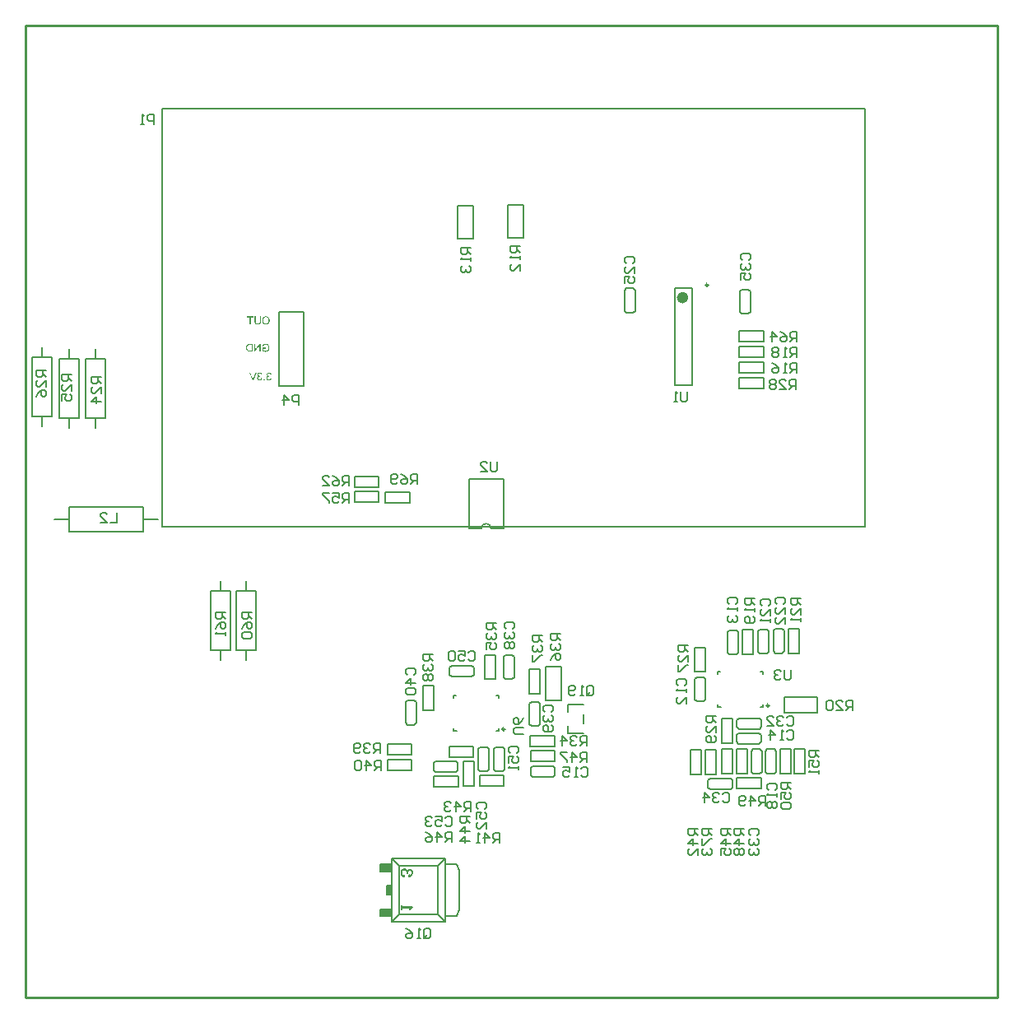
<source format=gbo>
%FSLAX25Y25*%
%MOIN*%
G70*
G01*
G75*
G04 Layer_Color=32896*
%ADD10O,0.06299X0.01181*%
%ADD11R,0.06299X0.01181*%
%ADD12O,0.01181X0.06299*%
%ADD13R,0.05000X0.06000*%
%ADD14R,0.03347X0.02756*%
%ADD15R,0.02756X0.03347*%
%ADD16R,0.03937X0.05118*%
%ADD17R,0.10630X0.03937*%
%ADD18R,0.03543X0.02126*%
%ADD19R,0.01969X0.06299*%
%ADD20R,0.14410X0.07874*%
%ADD21R,0.14410X0.09843*%
%ADD22R,0.21654X0.05630*%
%ADD23R,0.03937X0.10630*%
%ADD24R,0.20866X0.11024*%
%ADD25R,0.05118X0.03937*%
%ADD26R,0.09843X0.15748*%
%ADD27R,0.08661X0.07087*%
%ADD28O,0.09843X0.05906*%
%ADD29R,0.10000X0.07500*%
%ADD30R,0.02126X0.03543*%
%ADD31R,0.06299X0.01969*%
%ADD32R,0.07874X0.14410*%
%ADD33R,0.09843X0.14410*%
%ADD34R,0.02559X0.05315*%
%ADD35R,0.09449X0.08268*%
%ADD36O,0.03543X0.01969*%
%ADD37O,0.03543X0.01969*%
%ADD38R,0.03543X0.01969*%
%ADD39R,0.02362X0.03937*%
%ADD40R,0.03937X0.02362*%
%ADD41C,0.03000*%
%ADD42C,0.00800*%
%ADD43C,0.01000*%
%ADD44C,0.01500*%
%ADD45C,0.04000*%
%ADD46C,0.03500*%
%ADD47C,0.06000*%
%ADD48C,0.01200*%
%ADD49C,0.02000*%
%ADD50C,0.10000*%
%ADD51C,0.08000*%
%ADD52C,0.05000*%
%ADD53R,0.07300X0.29900*%
%ADD54R,0.18900X0.05200*%
%ADD55R,0.04000X0.18600*%
%ADD56R,0.10200X0.04900*%
%ADD57R,0.12367X0.05271*%
%ADD58R,0.44271X0.10500*%
%ADD59R,0.07400X0.15300*%
%ADD60R,0.28371X0.07471*%
%ADD61R,0.10722X0.08773*%
%ADD62R,0.08600X0.43171*%
%ADD63R,0.06400X0.08900*%
%ADD64R,0.10871X0.13938*%
%ADD65R,0.10571X0.09351*%
%ADD66R,0.24300X1.56600*%
%ADD67R,0.50200X0.62200*%
%ADD68R,0.24100X0.17400*%
%ADD69R,0.25624X0.17093*%
%ADD70R,0.23600X0.17400*%
%ADD71C,0.05906*%
%ADD72C,0.12205*%
%ADD73O,0.06000X0.10000*%
%ADD74R,0.06000X0.10000*%
%ADD75O,0.11811X0.09843*%
%ADD76R,0.11811X0.09843*%
%ADD77O,0.05906X0.09843*%
%ADD78R,0.05906X0.09843*%
%ADD79R,0.09843X0.11811*%
%ADD80O,0.09843X0.11811*%
%ADD81R,0.05906X0.05906*%
%ADD82C,0.06693*%
%ADD83C,0.05500*%
%ADD84O,0.07874X0.15748*%
%ADD85C,0.05512*%
%ADD86C,0.03000*%
%ADD87C,0.02000*%
%ADD88C,0.04000*%
%ADD89O,0.05500X0.02500*%
%ADD90R,0.05500X0.02500*%
%ADD91C,0.27559*%
%ADD92O,0.08661X0.02362*%
%ADD93O,0.01181X0.02756*%
%ADD94O,0.02756X0.01181*%
%ADD95R,0.13386X0.07087*%
%ADD96R,0.05200X0.25200*%
%ADD97R,0.18000X0.06400*%
%ADD98R,0.04000X0.22000*%
%ADD99R,0.09100X0.04600*%
%ADD100R,0.18400X0.60700*%
%ADD101R,0.24600X1.31200*%
%ADD102R,0.50100X0.62100*%
%ADD103C,0.00394*%
%ADD104C,0.00500*%
%ADD105C,0.00787*%
%ADD106C,0.00591*%
%ADD107R,0.04724X0.02756*%
%ADD108R,0.01968X0.03543*%
%ADD109R,0.23900X1.76759*%
%ADD110O,0.07099X0.01981*%
%ADD111R,0.07099X0.01981*%
%ADD112O,0.01981X0.07099*%
%ADD113R,0.05800X0.06800*%
%ADD114R,0.04147X0.03556*%
%ADD115R,0.03556X0.04147*%
%ADD116R,0.04737X0.05918*%
%ADD117R,0.11430X0.04737*%
%ADD118R,0.04343X0.02926*%
%ADD119R,0.02769X0.07099*%
%ADD120R,0.15210X0.08674*%
%ADD121R,0.15210X0.10642*%
%ADD122R,0.22453X0.06430*%
%ADD123R,0.04737X0.11430*%
%ADD124R,0.21666X0.11824*%
%ADD125R,0.05918X0.04737*%
%ADD126R,0.10642X0.16548*%
%ADD127R,0.09461X0.07887*%
%ADD128O,0.10642X0.06706*%
%ADD129R,0.10800X0.08300*%
%ADD130R,0.02926X0.04343*%
%ADD131R,0.07099X0.02769*%
%ADD132R,0.08674X0.15210*%
%ADD133R,0.10642X0.15210*%
%ADD134R,0.03359X0.06115*%
%ADD135R,0.10249X0.09068*%
%ADD136O,0.04343X0.02769*%
%ADD137O,0.04343X0.02769*%
%ADD138R,0.04343X0.02769*%
%ADD139R,0.03162X0.04737*%
%ADD140R,0.04737X0.03162*%
%ADD141C,0.06706*%
%ADD142C,0.13005*%
%ADD143O,0.06800X0.10800*%
%ADD144R,0.06800X0.10800*%
%ADD145O,0.12611X0.10642*%
%ADD146R,0.12611X0.10642*%
%ADD147O,0.06706X0.10642*%
%ADD148R,0.06706X0.10642*%
%ADD149R,0.10642X0.12611*%
%ADD150O,0.10642X0.12611*%
%ADD151R,0.06706X0.06706*%
%ADD152C,0.07493*%
%ADD153C,0.06300*%
%ADD154O,0.08674X0.16548*%
%ADD155C,0.06312*%
%ADD156R,0.26300X0.08900*%
%ADD157R,0.11700X0.26700*%
%ADD158R,0.15700X0.26800*%
%ADD159R,1.11500X0.07500*%
%ADD160R,0.24600X1.77500*%
%ADD161O,0.06300X0.03300*%
%ADD162R,0.06300X0.03300*%
%ADD163C,0.28359*%
%ADD164O,0.09461X0.03162*%
%ADD165O,0.01981X0.03556*%
%ADD166O,0.03556X0.01981*%
%ADD167R,0.14186X0.07887*%
%ADD168C,0.02362*%
%ADD169C,0.00984*%
G36*
X97352Y-128950D02*
X97508Y-128969D01*
X97655Y-129004D01*
X97718Y-129023D01*
X97777Y-129038D01*
X97830Y-129057D01*
X97879Y-129077D01*
X97923Y-129091D01*
X97957Y-129111D01*
X97982Y-129121D01*
X98006Y-129130D01*
X98016Y-129140D01*
X98021D01*
X98089Y-129179D01*
X98148Y-129223D01*
X98265Y-129316D01*
X98357Y-129413D01*
X98440Y-129511D01*
X98499Y-129604D01*
X98523Y-129638D01*
X98548Y-129672D01*
X98563Y-129701D01*
X98572Y-129721D01*
X98582Y-129736D01*
Y-129741D01*
X98645Y-129892D01*
X98694Y-130048D01*
X98728Y-130194D01*
X98753Y-130331D01*
X98763Y-130389D01*
X98767Y-130443D01*
X98772Y-130492D01*
Y-130536D01*
X98777Y-130570D01*
Y-130595D01*
Y-130609D01*
Y-130614D01*
X98767Y-130785D01*
X98748Y-130946D01*
X98714Y-131092D01*
X98699Y-131161D01*
X98680Y-131219D01*
X98660Y-131278D01*
X98645Y-131326D01*
X98626Y-131370D01*
X98611Y-131405D01*
X98602Y-131434D01*
X98592Y-131453D01*
X98582Y-131468D01*
Y-131473D01*
X98499Y-131605D01*
X98406Y-131722D01*
X98314Y-131824D01*
X98216Y-131907D01*
X98133Y-131971D01*
X98099Y-131995D01*
X98065Y-132015D01*
X98040Y-132034D01*
X98016Y-132044D01*
X98006Y-132049D01*
X98001Y-132054D01*
X97855Y-132122D01*
X97704Y-132171D01*
X97562Y-132205D01*
X97425Y-132229D01*
X97367Y-132239D01*
X97313Y-132244D01*
X97264Y-132249D01*
X97220D01*
X97186Y-132254D01*
X97142D01*
X97016Y-132249D01*
X96889Y-132234D01*
X96776Y-132215D01*
X96674Y-132190D01*
X96630Y-132181D01*
X96586Y-132171D01*
X96552Y-132161D01*
X96523Y-132151D01*
X96498Y-132141D01*
X96479Y-132137D01*
X96469Y-132132D01*
X96464D01*
X96342Y-132078D01*
X96220Y-132019D01*
X96113Y-131956D01*
X96015Y-131897D01*
X95932Y-131839D01*
X95898Y-131819D01*
X95869Y-131795D01*
X95844Y-131780D01*
X95830Y-131766D01*
X95820Y-131761D01*
X95815Y-131756D01*
Y-130565D01*
X97172D01*
Y-130941D01*
X96230D01*
Y-131546D01*
X96288Y-131590D01*
X96352Y-131634D01*
X96415Y-131673D01*
X96479Y-131707D01*
X96537Y-131736D01*
X96586Y-131756D01*
X96606Y-131766D01*
X96620Y-131771D01*
X96625Y-131775D01*
X96630D01*
X96728Y-131810D01*
X96825Y-131834D01*
X96918Y-131853D01*
X96996Y-131863D01*
X97064Y-131873D01*
X97118Y-131878D01*
X97167D01*
X97284Y-131873D01*
X97396Y-131858D01*
X97494Y-131834D01*
X97587Y-131810D01*
X97660Y-131785D01*
X97694Y-131771D01*
X97718Y-131761D01*
X97738Y-131756D01*
X97752Y-131746D01*
X97762Y-131741D01*
X97767D01*
X97865Y-131683D01*
X97952Y-131614D01*
X98026Y-131541D01*
X98084Y-131473D01*
X98128Y-131409D01*
X98162Y-131361D01*
X98177Y-131341D01*
X98187Y-131326D01*
X98192Y-131317D01*
Y-131312D01*
X98240Y-131195D01*
X98274Y-131078D01*
X98304Y-130956D01*
X98318Y-130839D01*
X98323Y-130790D01*
X98328Y-130741D01*
X98333Y-130697D01*
Y-130663D01*
X98338Y-130629D01*
Y-130609D01*
Y-130595D01*
Y-130590D01*
X98333Y-130463D01*
X98318Y-130341D01*
X98299Y-130233D01*
X98274Y-130136D01*
X98255Y-130058D01*
X98245Y-130024D01*
X98235Y-129999D01*
X98226Y-129975D01*
X98221Y-129960D01*
X98216Y-129950D01*
Y-129945D01*
X98187Y-129882D01*
X98157Y-129823D01*
X98123Y-129770D01*
X98089Y-129721D01*
X98060Y-129682D01*
X98035Y-129653D01*
X98021Y-129633D01*
X98016Y-129628D01*
X97962Y-129575D01*
X97909Y-129531D01*
X97850Y-129492D01*
X97796Y-129457D01*
X97747Y-129428D01*
X97708Y-129409D01*
X97684Y-129399D01*
X97674Y-129394D01*
X97591Y-129365D01*
X97508Y-129340D01*
X97421Y-129326D01*
X97342Y-129311D01*
X97274Y-129306D01*
X97220Y-129301D01*
X97172D01*
X97084Y-129306D01*
X97001Y-129316D01*
X96928Y-129331D01*
X96864Y-129345D01*
X96811Y-129360D01*
X96767Y-129375D01*
X96742Y-129384D01*
X96732Y-129389D01*
X96659Y-129423D01*
X96601Y-129457D01*
X96547Y-129497D01*
X96503Y-129531D01*
X96469Y-129565D01*
X96444Y-129589D01*
X96430Y-129609D01*
X96425Y-129614D01*
X96386Y-129672D01*
X96352Y-129736D01*
X96323Y-129799D01*
X96298Y-129858D01*
X96279Y-129916D01*
X96259Y-129960D01*
X96254Y-129989D01*
X96249Y-129994D01*
Y-129999D01*
X95864Y-129892D01*
X95898Y-129775D01*
X95937Y-129672D01*
X95976Y-129584D01*
X96015Y-129511D01*
X96054Y-129448D01*
X96083Y-129404D01*
X96103Y-129379D01*
X96108Y-129370D01*
X96171Y-129296D01*
X96244Y-129238D01*
X96318Y-129184D01*
X96391Y-129140D01*
X96454Y-129101D01*
X96503Y-129077D01*
X96523Y-129067D01*
X96537Y-129062D01*
X96547Y-129057D01*
X96552D01*
X96659Y-129018D01*
X96767Y-128989D01*
X96874Y-128969D01*
X96967Y-128955D01*
X97050Y-128945D01*
X97089D01*
X97118Y-128940D01*
X97176D01*
X97352Y-128950D01*
D02*
G37*
G36*
X97467Y-117845D02*
X97589Y-117860D01*
X97701Y-117884D01*
X97804Y-117909D01*
X97901Y-117947D01*
X97994Y-117982D01*
X98077Y-118026D01*
X98155Y-118065D01*
X98223Y-118109D01*
X98282Y-118152D01*
X98331Y-118187D01*
X98374Y-118221D01*
X98409Y-118250D01*
X98433Y-118274D01*
X98448Y-118289D01*
X98453Y-118294D01*
X98526Y-118382D01*
X98594Y-118475D01*
X98648Y-118577D01*
X98697Y-118679D01*
X98741Y-118782D01*
X98775Y-118885D01*
X98799Y-118987D01*
X98823Y-119085D01*
X98843Y-119182D01*
X98853Y-119265D01*
X98862Y-119343D01*
X98872Y-119412D01*
Y-119465D01*
X98877Y-119509D01*
Y-119534D01*
Y-119543D01*
X98867Y-119699D01*
X98848Y-119846D01*
X98819Y-119983D01*
X98804Y-120041D01*
X98785Y-120100D01*
X98770Y-120153D01*
X98755Y-120202D01*
X98741Y-120241D01*
X98726Y-120275D01*
X98711Y-120305D01*
X98706Y-120324D01*
X98697Y-120339D01*
Y-120344D01*
X98619Y-120475D01*
X98536Y-120597D01*
X98443Y-120695D01*
X98355Y-120783D01*
X98277Y-120851D01*
X98243Y-120876D01*
X98213Y-120900D01*
X98189Y-120915D01*
X98170Y-120929D01*
X98160Y-120934D01*
X98155Y-120939D01*
X98087Y-120978D01*
X98018Y-121007D01*
X97877Y-121061D01*
X97740Y-121100D01*
X97618Y-121124D01*
X97560Y-121134D01*
X97506Y-121144D01*
X97462Y-121149D01*
X97423D01*
X97389Y-121154D01*
X97345D01*
X97194Y-121144D01*
X97047Y-121124D01*
X96915Y-121090D01*
X96803Y-121056D01*
X96750Y-121037D01*
X96706Y-121022D01*
X96667Y-121002D01*
X96632Y-120988D01*
X96603Y-120978D01*
X96584Y-120968D01*
X96574Y-120958D01*
X96569D01*
X96442Y-120876D01*
X96330Y-120783D01*
X96232Y-120685D01*
X96154Y-120592D01*
X96096Y-120510D01*
X96071Y-120470D01*
X96047Y-120441D01*
X96032Y-120412D01*
X96022Y-120392D01*
X96013Y-120383D01*
Y-120378D01*
X95944Y-120231D01*
X95895Y-120080D01*
X95861Y-119934D01*
X95837Y-119797D01*
X95827Y-119734D01*
X95822Y-119680D01*
X95817Y-119631D01*
Y-119587D01*
X95812Y-119553D01*
Y-119524D01*
Y-119509D01*
Y-119504D01*
X95822Y-119329D01*
X95842Y-119167D01*
X95871Y-119021D01*
X95891Y-118958D01*
X95905Y-118894D01*
X95925Y-118841D01*
X95944Y-118792D01*
X95959Y-118748D01*
X95974Y-118714D01*
X95983Y-118684D01*
X95993Y-118665D01*
X96003Y-118650D01*
Y-118645D01*
X96081Y-118509D01*
X96164Y-118392D01*
X96257Y-118289D01*
X96344Y-118206D01*
X96422Y-118143D01*
X96457Y-118113D01*
X96486Y-118094D01*
X96510Y-118074D01*
X96530Y-118065D01*
X96540Y-118055D01*
X96544D01*
X96613Y-118016D01*
X96681Y-117982D01*
X96818Y-117933D01*
X96954Y-117894D01*
X97076Y-117865D01*
X97135Y-117860D01*
X97184Y-117850D01*
X97233Y-117845D01*
X97272D01*
X97301Y-117840D01*
X97345D01*
X97467Y-117845D01*
D02*
G37*
G36*
X91960Y-132200D02*
X90808D01*
X90701Y-132195D01*
X90603Y-132190D01*
X90515Y-132181D01*
X90442Y-132171D01*
X90379Y-132161D01*
X90335Y-132156D01*
X90306Y-132146D01*
X90296D01*
X90213Y-132122D01*
X90140Y-132097D01*
X90076Y-132073D01*
X90022Y-132049D01*
X89978Y-132024D01*
X89944Y-132005D01*
X89920Y-131995D01*
X89915Y-131990D01*
X89856Y-131946D01*
X89803Y-131897D01*
X89749Y-131849D01*
X89710Y-131805D01*
X89671Y-131761D01*
X89647Y-131727D01*
X89627Y-131707D01*
X89622Y-131697D01*
X89574Y-131624D01*
X89530Y-131546D01*
X89490Y-131468D01*
X89461Y-131395D01*
X89437Y-131326D01*
X89417Y-131278D01*
X89412Y-131258D01*
X89408Y-131244D01*
X89403Y-131234D01*
Y-131229D01*
X89373Y-131122D01*
X89354Y-131009D01*
X89334Y-130897D01*
X89325Y-130799D01*
X89320Y-130712D01*
Y-130673D01*
X89315Y-130643D01*
Y-130614D01*
Y-130595D01*
Y-130585D01*
Y-130580D01*
X89320Y-130424D01*
X89334Y-130282D01*
X89354Y-130155D01*
X89368Y-130097D01*
X89378Y-130043D01*
X89388Y-129994D01*
X89403Y-129950D01*
X89412Y-129911D01*
X89422Y-129882D01*
X89432Y-129858D01*
X89437Y-129838D01*
X89442Y-129828D01*
Y-129823D01*
X89495Y-129701D01*
X89554Y-129594D01*
X89617Y-129501D01*
X89681Y-129423D01*
X89735Y-129360D01*
X89778Y-129311D01*
X89813Y-129282D01*
X89818Y-129272D01*
X89822D01*
X89900Y-129213D01*
X89978Y-129165D01*
X90057Y-129126D01*
X90130Y-129096D01*
X90193Y-129072D01*
X90247Y-129057D01*
X90266Y-129048D01*
X90276D01*
X90286Y-129043D01*
X90291D01*
X90369Y-129028D01*
X90462Y-129013D01*
X90559Y-129004D01*
X90647Y-128999D01*
X90730Y-128994D01*
X91960D01*
Y-132200D01*
D02*
G37*
G36*
X92274Y-118270D02*
X91220D01*
Y-121100D01*
X90796D01*
Y-118270D01*
X89742D01*
Y-117894D01*
X92274D01*
Y-118270D01*
D02*
G37*
G36*
X95261Y-119748D02*
Y-119841D01*
X95256Y-119929D01*
X95251Y-120012D01*
X95242Y-120090D01*
X95232Y-120158D01*
X95222Y-120227D01*
X95212Y-120285D01*
X95198Y-120339D01*
X95188Y-120387D01*
X95178Y-120431D01*
X95168Y-120470D01*
X95159Y-120500D01*
X95149Y-120524D01*
X95144Y-120539D01*
X95139Y-120549D01*
Y-120553D01*
X95085Y-120656D01*
X95022Y-120749D01*
X94959Y-120822D01*
X94890Y-120885D01*
X94832Y-120939D01*
X94778Y-120973D01*
X94758Y-120988D01*
X94749Y-120993D01*
X94739Y-121002D01*
X94734D01*
X94622Y-121051D01*
X94495Y-121090D01*
X94373Y-121115D01*
X94256Y-121134D01*
X94202Y-121139D01*
X94153Y-121144D01*
X94109Y-121149D01*
X94070D01*
X94041Y-121154D01*
X93997D01*
X93831Y-121144D01*
X93685Y-121124D01*
X93616Y-121115D01*
X93558Y-121100D01*
X93499Y-121081D01*
X93451Y-121066D01*
X93407Y-121051D01*
X93363Y-121032D01*
X93329Y-121017D01*
X93304Y-121007D01*
X93280Y-120993D01*
X93265Y-120988D01*
X93255Y-120978D01*
X93251D01*
X93153Y-120905D01*
X93065Y-120832D01*
X92997Y-120754D01*
X92943Y-120680D01*
X92904Y-120612D01*
X92875Y-120563D01*
X92865Y-120544D01*
X92860Y-120529D01*
X92855Y-120519D01*
Y-120514D01*
X92816Y-120402D01*
X92792Y-120275D01*
X92772Y-120148D01*
X92758Y-120026D01*
X92753Y-119968D01*
X92748Y-119914D01*
Y-119870D01*
X92743Y-119826D01*
Y-119792D01*
Y-119768D01*
Y-119753D01*
Y-119748D01*
Y-117894D01*
X93168D01*
Y-119748D01*
Y-119856D01*
X93177Y-119958D01*
X93187Y-120046D01*
X93197Y-120129D01*
X93212Y-120207D01*
X93231Y-120270D01*
X93251Y-120329D01*
X93265Y-120383D01*
X93285Y-120427D01*
X93304Y-120466D01*
X93319Y-120495D01*
X93338Y-120519D01*
X93348Y-120539D01*
X93358Y-120553D01*
X93368Y-120558D01*
Y-120563D01*
X93407Y-120602D01*
X93455Y-120632D01*
X93558Y-120685D01*
X93665Y-120719D01*
X93778Y-120749D01*
X93875Y-120763D01*
X93919Y-120768D01*
X93958D01*
X93992Y-120773D01*
X94036D01*
X94134Y-120768D01*
X94222Y-120758D01*
X94300Y-120739D01*
X94368Y-120719D01*
X94422Y-120705D01*
X94461Y-120685D01*
X94485Y-120675D01*
X94495Y-120671D01*
X94563Y-120627D01*
X94617Y-120578D01*
X94666Y-120524D01*
X94700Y-120475D01*
X94729Y-120431D01*
X94749Y-120397D01*
X94758Y-120373D01*
X94763Y-120363D01*
X94778Y-120324D01*
X94788Y-120280D01*
X94807Y-120183D01*
X94817Y-120080D01*
X94827Y-119983D01*
X94832Y-119890D01*
X94836Y-119851D01*
Y-119817D01*
Y-119787D01*
Y-119768D01*
Y-119753D01*
Y-119748D01*
Y-117894D01*
X95261D01*
Y-119748D01*
D02*
G37*
G36*
X94980Y-140589D02*
X95102Y-140613D01*
X95214Y-140647D01*
X95307Y-140687D01*
X95380Y-140731D01*
X95410Y-140750D01*
X95434Y-140765D01*
X95459Y-140779D01*
X95473Y-140789D01*
X95478Y-140794D01*
X95483Y-140799D01*
X95571Y-140887D01*
X95639Y-140984D01*
X95698Y-141087D01*
X95737Y-141184D01*
X95771Y-141272D01*
X95780Y-141311D01*
X95790Y-141345D01*
X95795Y-141370D01*
X95800Y-141389D01*
X95805Y-141404D01*
Y-141409D01*
X95410Y-141477D01*
X95390Y-141375D01*
X95361Y-141287D01*
X95332Y-141214D01*
X95297Y-141155D01*
X95268Y-141106D01*
X95244Y-141072D01*
X95224Y-141053D01*
X95219Y-141048D01*
X95156Y-140999D01*
X95092Y-140965D01*
X95029Y-140935D01*
X94966Y-140921D01*
X94917Y-140911D01*
X94873Y-140901D01*
X94834D01*
X94751Y-140906D01*
X94678Y-140926D01*
X94614Y-140945D01*
X94560Y-140974D01*
X94517Y-140999D01*
X94482Y-141023D01*
X94463Y-141043D01*
X94458Y-141048D01*
X94409Y-141101D01*
X94375Y-141165D01*
X94346Y-141223D01*
X94331Y-141277D01*
X94321Y-141331D01*
X94312Y-141370D01*
Y-141394D01*
Y-141399D01*
Y-141404D01*
X94321Y-141501D01*
X94346Y-141585D01*
X94375Y-141653D01*
X94414Y-141707D01*
X94453Y-141750D01*
X94482Y-141785D01*
X94507Y-141804D01*
X94517Y-141809D01*
X94595Y-141853D01*
X94673Y-141882D01*
X94746Y-141907D01*
X94814Y-141921D01*
X94878Y-141931D01*
X94922Y-141936D01*
X94985D01*
X95005Y-141931D01*
X95029D01*
X95073Y-142277D01*
X95014Y-142263D01*
X94961Y-142253D01*
X94912Y-142248D01*
X94873Y-142243D01*
X94839Y-142238D01*
X94795D01*
X94697Y-142248D01*
X94614Y-142268D01*
X94536Y-142292D01*
X94473Y-142326D01*
X94419Y-142360D01*
X94380Y-142385D01*
X94361Y-142404D01*
X94351Y-142414D01*
X94292Y-142482D01*
X94248Y-142556D01*
X94214Y-142634D01*
X94195Y-142702D01*
X94180Y-142765D01*
X94175Y-142814D01*
X94170Y-142834D01*
Y-142848D01*
Y-142853D01*
Y-142858D01*
X94180Y-142961D01*
X94199Y-143053D01*
X94229Y-143136D01*
X94263Y-143205D01*
X94302Y-143263D01*
X94331Y-143302D01*
X94351Y-143327D01*
X94361Y-143336D01*
X94434Y-143400D01*
X94512Y-143449D01*
X94590Y-143478D01*
X94668Y-143502D01*
X94731Y-143517D01*
X94780Y-143522D01*
X94800Y-143527D01*
X94829D01*
X94912Y-143522D01*
X94990Y-143502D01*
X95058Y-143478D01*
X95112Y-143454D01*
X95161Y-143424D01*
X95195Y-143405D01*
X95214Y-143385D01*
X95224Y-143380D01*
X95278Y-143317D01*
X95327Y-143244D01*
X95366Y-143161D01*
X95395Y-143083D01*
X95419Y-143009D01*
X95434Y-142951D01*
X95444Y-142931D01*
Y-142912D01*
X95449Y-142902D01*
Y-142897D01*
X95844Y-142951D01*
X95834Y-143024D01*
X95820Y-143092D01*
X95776Y-143219D01*
X95727Y-143332D01*
X95668Y-143429D01*
X95644Y-143468D01*
X95615Y-143502D01*
X95590Y-143532D01*
X95571Y-143561D01*
X95551Y-143580D01*
X95537Y-143595D01*
X95532Y-143600D01*
X95527Y-143605D01*
X95473Y-143649D01*
X95415Y-143688D01*
X95361Y-143722D01*
X95302Y-143746D01*
X95185Y-143795D01*
X95073Y-143824D01*
X95024Y-143834D01*
X94975Y-143839D01*
X94936Y-143844D01*
X94897Y-143849D01*
X94868Y-143854D01*
X94829D01*
X94746Y-143849D01*
X94663Y-143839D01*
X94585Y-143829D01*
X94512Y-143810D01*
X94443Y-143785D01*
X94380Y-143761D01*
X94321Y-143737D01*
X94268Y-143707D01*
X94224Y-143683D01*
X94180Y-143658D01*
X94141Y-143634D01*
X94112Y-143610D01*
X94087Y-143590D01*
X94073Y-143580D01*
X94063Y-143571D01*
X94058Y-143566D01*
X94004Y-143507D01*
X93955Y-143449D01*
X93916Y-143390D01*
X93882Y-143332D01*
X93848Y-143273D01*
X93824Y-143210D01*
X93789Y-143097D01*
X93775Y-143049D01*
X93765Y-143000D01*
X93760Y-142961D01*
X93755Y-142922D01*
X93751Y-142892D01*
Y-142873D01*
Y-142858D01*
Y-142853D01*
X93755Y-142741D01*
X93775Y-142639D01*
X93799Y-142551D01*
X93828Y-142478D01*
X93863Y-142419D01*
X93887Y-142375D01*
X93907Y-142346D01*
X93911Y-142336D01*
X93975Y-142263D01*
X94048Y-142204D01*
X94121Y-142155D01*
X94190Y-142121D01*
X94253Y-142092D01*
X94302Y-142077D01*
X94321Y-142068D01*
X94336D01*
X94346Y-142063D01*
X94351D01*
X94273Y-142024D01*
X94204Y-141975D01*
X94151Y-141931D01*
X94102Y-141887D01*
X94068Y-141848D01*
X94038Y-141819D01*
X94024Y-141799D01*
X94019Y-141789D01*
X93980Y-141726D01*
X93955Y-141658D01*
X93936Y-141594D01*
X93921Y-141536D01*
X93911Y-141487D01*
X93907Y-141448D01*
Y-141423D01*
Y-141414D01*
X93911Y-141331D01*
X93926Y-141258D01*
X93946Y-141189D01*
X93965Y-141126D01*
X93985Y-141077D01*
X94004Y-141038D01*
X94019Y-141014D01*
X94024Y-141004D01*
X94073Y-140935D01*
X94126Y-140872D01*
X94185Y-140818D01*
X94239Y-140774D01*
X94287Y-140740D01*
X94326Y-140716D01*
X94356Y-140701D01*
X94361Y-140696D01*
X94365D01*
X94448Y-140657D01*
X94531Y-140628D01*
X94614Y-140609D01*
X94687Y-140594D01*
X94751Y-140584D01*
X94800Y-140579D01*
X94912D01*
X94980Y-140589D01*
D02*
G37*
G36*
X98713D02*
X98835Y-140613D01*
X98948Y-140647D01*
X99040Y-140687D01*
X99114Y-140731D01*
X99143Y-140750D01*
X99167Y-140765D01*
X99192Y-140779D01*
X99206Y-140789D01*
X99211Y-140794D01*
X99216Y-140799D01*
X99304Y-140887D01*
X99372Y-140984D01*
X99431Y-141087D01*
X99470Y-141184D01*
X99504Y-141272D01*
X99514Y-141311D01*
X99524Y-141345D01*
X99528Y-141370D01*
X99533Y-141389D01*
X99538Y-141404D01*
Y-141409D01*
X99143Y-141477D01*
X99123Y-141375D01*
X99094Y-141287D01*
X99065Y-141214D01*
X99031Y-141155D01*
X99001Y-141106D01*
X98977Y-141072D01*
X98957Y-141053D01*
X98953Y-141048D01*
X98889Y-140999D01*
X98826Y-140965D01*
X98762Y-140935D01*
X98699Y-140921D01*
X98650Y-140911D01*
X98606Y-140901D01*
X98567D01*
X98484Y-140906D01*
X98411Y-140926D01*
X98347Y-140945D01*
X98294Y-140974D01*
X98250Y-140999D01*
X98216Y-141023D01*
X98196Y-141043D01*
X98191Y-141048D01*
X98142Y-141101D01*
X98108Y-141165D01*
X98079Y-141223D01*
X98064Y-141277D01*
X98055Y-141331D01*
X98045Y-141370D01*
Y-141394D01*
Y-141399D01*
Y-141404D01*
X98055Y-141501D01*
X98079Y-141585D01*
X98108Y-141653D01*
X98147Y-141707D01*
X98186Y-141750D01*
X98216Y-141785D01*
X98240Y-141804D01*
X98250Y-141809D01*
X98328Y-141853D01*
X98406Y-141882D01*
X98479Y-141907D01*
X98548Y-141921D01*
X98611Y-141931D01*
X98655Y-141936D01*
X98718D01*
X98738Y-141931D01*
X98762D01*
X98806Y-142277D01*
X98748Y-142263D01*
X98694Y-142253D01*
X98645Y-142248D01*
X98606Y-142243D01*
X98572Y-142238D01*
X98528D01*
X98430Y-142248D01*
X98347Y-142268D01*
X98269Y-142292D01*
X98206Y-142326D01*
X98152Y-142360D01*
X98113Y-142385D01*
X98094Y-142404D01*
X98084Y-142414D01*
X98025Y-142482D01*
X97981Y-142556D01*
X97947Y-142634D01*
X97928Y-142702D01*
X97913Y-142765D01*
X97908Y-142814D01*
X97903Y-142834D01*
Y-142848D01*
Y-142853D01*
Y-142858D01*
X97913Y-142961D01*
X97933Y-143053D01*
X97962Y-143136D01*
X97996Y-143205D01*
X98035Y-143263D01*
X98064Y-143302D01*
X98084Y-143327D01*
X98094Y-143336D01*
X98167Y-143400D01*
X98245Y-143449D01*
X98323Y-143478D01*
X98401Y-143502D01*
X98465Y-143517D01*
X98513Y-143522D01*
X98533Y-143527D01*
X98562D01*
X98645Y-143522D01*
X98723Y-143502D01*
X98791Y-143478D01*
X98845Y-143454D01*
X98894Y-143424D01*
X98928Y-143405D01*
X98948Y-143385D01*
X98957Y-143380D01*
X99011Y-143317D01*
X99060Y-143244D01*
X99099Y-143161D01*
X99128Y-143083D01*
X99153Y-143009D01*
X99167Y-142951D01*
X99177Y-142931D01*
Y-142912D01*
X99182Y-142902D01*
Y-142897D01*
X99577Y-142951D01*
X99567Y-143024D01*
X99553Y-143092D01*
X99509Y-143219D01*
X99460Y-143332D01*
X99401Y-143429D01*
X99377Y-143468D01*
X99348Y-143502D01*
X99323Y-143532D01*
X99304Y-143561D01*
X99284Y-143580D01*
X99270Y-143595D01*
X99265Y-143600D01*
X99260Y-143605D01*
X99206Y-143649D01*
X99148Y-143688D01*
X99094Y-143722D01*
X99036Y-143746D01*
X98918Y-143795D01*
X98806Y-143824D01*
X98757Y-143834D01*
X98708Y-143839D01*
X98669Y-143844D01*
X98630Y-143849D01*
X98601Y-143854D01*
X98562D01*
X98479Y-143849D01*
X98396Y-143839D01*
X98318Y-143829D01*
X98245Y-143810D01*
X98177Y-143785D01*
X98113Y-143761D01*
X98055Y-143737D01*
X98001Y-143707D01*
X97957Y-143683D01*
X97913Y-143658D01*
X97874Y-143634D01*
X97845Y-143610D01*
X97820Y-143590D01*
X97806Y-143580D01*
X97796Y-143571D01*
X97791Y-143566D01*
X97737Y-143507D01*
X97689Y-143449D01*
X97650Y-143390D01*
X97615Y-143332D01*
X97581Y-143273D01*
X97557Y-143210D01*
X97523Y-143097D01*
X97508Y-143049D01*
X97498Y-143000D01*
X97493Y-142961D01*
X97488Y-142922D01*
X97484Y-142892D01*
Y-142873D01*
Y-142858D01*
Y-142853D01*
X97488Y-142741D01*
X97508Y-142639D01*
X97532Y-142551D01*
X97562Y-142478D01*
X97596Y-142419D01*
X97620Y-142375D01*
X97640Y-142346D01*
X97645Y-142336D01*
X97708Y-142263D01*
X97781Y-142204D01*
X97855Y-142155D01*
X97923Y-142121D01*
X97986Y-142092D01*
X98035Y-142077D01*
X98055Y-142068D01*
X98069D01*
X98079Y-142063D01*
X98084D01*
X98006Y-142024D01*
X97938Y-141975D01*
X97884Y-141931D01*
X97835Y-141887D01*
X97801Y-141848D01*
X97772Y-141819D01*
X97757Y-141799D01*
X97752Y-141789D01*
X97713Y-141726D01*
X97689Y-141658D01*
X97669Y-141594D01*
X97654Y-141536D01*
X97645Y-141487D01*
X97640Y-141448D01*
Y-141423D01*
Y-141414D01*
X97645Y-141331D01*
X97659Y-141258D01*
X97679Y-141189D01*
X97698Y-141126D01*
X97718Y-141077D01*
X97737Y-141038D01*
X97752Y-141014D01*
X97757Y-141004D01*
X97806Y-140935D01*
X97859Y-140872D01*
X97918Y-140818D01*
X97972Y-140774D01*
X98020Y-140740D01*
X98059Y-140716D01*
X98089Y-140701D01*
X98094Y-140696D01*
X98098D01*
X98181Y-140657D01*
X98264Y-140628D01*
X98347Y-140609D01*
X98421Y-140594D01*
X98484Y-140584D01*
X98533Y-140579D01*
X98645D01*
X98713Y-140589D01*
D02*
G37*
G36*
X92286Y-143800D02*
X91852D01*
X90598Y-140594D01*
X91027D01*
X91896Y-142922D01*
X91930Y-143019D01*
X91964Y-143117D01*
X91994Y-143205D01*
X92018Y-143283D01*
X92038Y-143351D01*
X92052Y-143405D01*
X92057Y-143424D01*
X92062Y-143439D01*
X92067Y-143444D01*
Y-143449D01*
X92120Y-143263D01*
X92150Y-143175D01*
X92179Y-143092D01*
X92203Y-143024D01*
X92218Y-142970D01*
X92228Y-142951D01*
X92233Y-142936D01*
X92238Y-142927D01*
Y-142922D01*
X93067Y-140594D01*
X93531D01*
X92286Y-143800D01*
D02*
G37*
G36*
X95195Y-132200D02*
X94790D01*
Y-129682D01*
X93107Y-132200D01*
X92672D01*
Y-128994D01*
X93077D01*
Y-131512D01*
X94766Y-128994D01*
X95195D01*
Y-132200D01*
D02*
G37*
G36*
X96874Y-143800D02*
X96425D01*
Y-143351D01*
X96874D01*
Y-143800D01*
D02*
G37*
%LPC*%
G36*
X91535Y-129370D02*
X90867D01*
X90735Y-129375D01*
X90623Y-129379D01*
X90530Y-129389D01*
X90452Y-129404D01*
X90393Y-129418D01*
X90354Y-129428D01*
X90330Y-129433D01*
X90320Y-129438D01*
X90237Y-129482D01*
X90159Y-129535D01*
X90091Y-129594D01*
X90032Y-129657D01*
X89983Y-129711D01*
X89949Y-129760D01*
X89935Y-129780D01*
X89930Y-129794D01*
X89920Y-129799D01*
Y-129804D01*
X89891Y-129858D01*
X89866Y-129916D01*
X89822Y-130038D01*
X89793Y-130165D01*
X89774Y-130292D01*
X89769Y-130346D01*
X89764Y-130399D01*
X89759Y-130448D01*
X89754Y-130492D01*
Y-130526D01*
Y-130551D01*
Y-130570D01*
Y-130575D01*
X89759Y-130707D01*
X89769Y-130824D01*
X89783Y-130931D01*
X89798Y-131024D01*
X89813Y-131097D01*
X89822Y-131126D01*
X89827Y-131151D01*
X89832Y-131170D01*
X89837Y-131185D01*
X89842Y-131190D01*
Y-131195D01*
X89876Y-131283D01*
X89915Y-131366D01*
X89954Y-131434D01*
X89988Y-131492D01*
X90022Y-131536D01*
X90052Y-131570D01*
X90071Y-131595D01*
X90076Y-131600D01*
X90120Y-131639D01*
X90164Y-131673D01*
X90213Y-131697D01*
X90262Y-131722D01*
X90301Y-131741D01*
X90335Y-131756D01*
X90354Y-131761D01*
X90364Y-131766D01*
X90437Y-131785D01*
X90515Y-131800D01*
X90598Y-131810D01*
X90676Y-131815D01*
X90750Y-131819D01*
X90803Y-131824D01*
X91535D01*
Y-129370D01*
D02*
G37*
G36*
X97389Y-118206D02*
X97345D01*
X97228Y-118211D01*
X97120Y-118231D01*
X97023Y-118255D01*
X96940Y-118284D01*
X96872Y-118318D01*
X96818Y-118343D01*
X96798Y-118353D01*
X96784Y-118362D01*
X96779Y-118367D01*
X96774D01*
X96686Y-118431D01*
X96608Y-118504D01*
X96540Y-118582D01*
X96486Y-118655D01*
X96442Y-118719D01*
X96413Y-118772D01*
X96403Y-118792D01*
X96393Y-118806D01*
X96388Y-118816D01*
Y-118821D01*
X96344Y-118933D01*
X96310Y-119050D01*
X96286Y-119167D01*
X96266Y-119270D01*
X96257Y-119363D01*
Y-119407D01*
X96252Y-119441D01*
Y-119465D01*
Y-119485D01*
Y-119499D01*
Y-119504D01*
X96257Y-119616D01*
X96266Y-119724D01*
X96281Y-119821D01*
X96301Y-119914D01*
X96325Y-120002D01*
X96349Y-120080D01*
X96379Y-120148D01*
X96408Y-120217D01*
X96437Y-120270D01*
X96466Y-120319D01*
X96491Y-120363D01*
X96515Y-120397D01*
X96535Y-120427D01*
X96549Y-120446D01*
X96559Y-120456D01*
X96564Y-120461D01*
X96623Y-120519D01*
X96686Y-120568D01*
X96750Y-120612D01*
X96818Y-120651D01*
X96881Y-120685D01*
X96950Y-120710D01*
X97072Y-120749D01*
X97130Y-120763D01*
X97184Y-120773D01*
X97228Y-120783D01*
X97272Y-120788D01*
X97306Y-120793D01*
X97350D01*
X97438Y-120788D01*
X97516Y-120778D01*
X97594Y-120763D01*
X97667Y-120739D01*
X97740Y-120714D01*
X97804Y-120685D01*
X97862Y-120656D01*
X97916Y-120627D01*
X97965Y-120597D01*
X98009Y-120563D01*
X98043Y-120539D01*
X98072Y-120514D01*
X98096Y-120490D01*
X98116Y-120475D01*
X98126Y-120466D01*
X98131Y-120461D01*
X98184Y-120397D01*
X98233Y-120324D01*
X98272Y-120251D01*
X98306Y-120178D01*
X98335Y-120100D01*
X98365Y-120026D01*
X98399Y-119880D01*
X98414Y-119812D01*
X98423Y-119748D01*
X98428Y-119695D01*
X98433Y-119646D01*
X98438Y-119602D01*
Y-119573D01*
Y-119553D01*
Y-119548D01*
X98433Y-119416D01*
X98423Y-119294D01*
X98409Y-119187D01*
X98389Y-119085D01*
X98365Y-118987D01*
X98335Y-118904D01*
X98306Y-118831D01*
X98277Y-118763D01*
X98248Y-118704D01*
X98218Y-118655D01*
X98189Y-118611D01*
X98165Y-118577D01*
X98145Y-118553D01*
X98131Y-118533D01*
X98121Y-118523D01*
X98116Y-118518D01*
X98052Y-118465D01*
X97989Y-118416D01*
X97926Y-118372D01*
X97857Y-118338D01*
X97794Y-118309D01*
X97730Y-118284D01*
X97608Y-118245D01*
X97555Y-118231D01*
X97506Y-118221D01*
X97457Y-118216D01*
X97418Y-118211D01*
X97389Y-118206D01*
D02*
G37*
%LPD*%
D43*
X-0Y0D02*
X393701D01*
X-0Y-393701D02*
Y0D01*
Y-393701D02*
X393701D01*
Y0D01*
D104*
X188519Y-203800D02*
G03*
X184519Y-203800I-2000J0D01*
G01*
X188519D02*
X193519D01*
X179519D02*
X184519D01*
X179519Y-183800D02*
X193519D01*
Y-203800D02*
Y-183800D01*
X179519Y-203800D02*
Y-183800D01*
X55386Y-203046D02*
X339874D01*
Y-33754D01*
X55386D02*
X339874D01*
X55386Y-203046D02*
Y-33754D01*
X145726Y-188935D02*
X155569D01*
X145726Y-193265D02*
X155569D01*
Y-188935D01*
X145726Y-193265D02*
Y-188935D01*
X133226Y-188735D02*
X143069D01*
X133226Y-193065D02*
X143069D01*
Y-188735D01*
X133226Y-193065D02*
Y-188735D01*
X133231Y-186965D02*
X143074D01*
X133231Y-182635D02*
X143074D01*
X133231Y-186965D02*
Y-182635D01*
X143074Y-186965D02*
Y-182635D01*
X195450Y-72670D02*
X201750D01*
X195450Y-86056D02*
X201750D01*
X195450Y-73654D02*
X195450D01*
X201750Y-86056D02*
Y-72670D01*
X195450Y-86056D02*
Y-72670D01*
X175050Y-73070D02*
X181350D01*
X175050Y-86456D02*
X181350D01*
X175050Y-74054D02*
X175050D01*
X181350Y-86456D02*
Y-73070D01*
X175050Y-86456D02*
Y-73070D01*
X246865Y-115587D02*
Y-107319D01*
X243322Y-116374D02*
X246078D01*
X243322Y-106532D02*
X246078D01*
X242535Y-115587D02*
Y-107319D01*
X243322Y-106532D01*
X246078D02*
X246865Y-107319D01*
X246078Y-116374D02*
X246865Y-115587D01*
X242535D02*
X243322Y-116374D01*
X293565Y-115987D02*
Y-107719D01*
X290022Y-116774D02*
X292778D01*
X290022Y-106931D02*
X292778D01*
X289235Y-115987D02*
Y-107719D01*
X290022Y-106931D01*
X292778D02*
X293565Y-107719D01*
X292778Y-116774D02*
X293565Y-115987D01*
X289235D02*
X290022Y-116774D01*
X289026Y-123735D02*
X298868D01*
X289026Y-128065D02*
X298868D01*
Y-123735D01*
X289026Y-128065D02*
Y-123735D01*
Y-130035D02*
X298868D01*
X289026Y-134365D02*
X298868D01*
Y-130035D01*
X289026Y-134365D02*
Y-130035D01*
Y-136335D02*
X298868D01*
X289026Y-140665D02*
X298868D01*
Y-136335D01*
X289026Y-140665D02*
Y-136335D01*
X275335Y-303274D02*
Y-293431D01*
X279665Y-303274D02*
Y-293431D01*
X275335D02*
X279665D01*
X275335Y-303274D02*
X279665D01*
X219532Y-286842D02*
Y-283890D01*
Y-277984D02*
Y-275031D01*
X225832Y-282709D02*
Y-279165D01*
X219532Y-286842D02*
X225832D01*
X219532Y-275031D02*
X225832D01*
X271012Y-272981D02*
Y-264713D01*
X271799Y-263926D02*
X274555D01*
X271799Y-273768D02*
X274555D01*
X275342Y-272981D02*
Y-264713D01*
X274555Y-273768D02*
X275342Y-272981D01*
X271012D02*
X271799Y-273768D01*
X271012Y-264713D02*
X271799Y-263926D01*
X274555D02*
X275342Y-264713D01*
X284312Y-254081D02*
Y-245813D01*
X285099Y-245026D02*
X287855D01*
X285099Y-254869D02*
X287855D01*
X288643Y-254081D02*
Y-245813D01*
X287855Y-254869D02*
X288643Y-254081D01*
X284312D02*
X285099Y-254869D01*
X284312Y-245813D02*
X285099Y-245026D01*
X287855D02*
X288643Y-245813D01*
X288791Y-290965D02*
X297058D01*
X288003Y-290178D02*
Y-287422D01*
X297846Y-290178D02*
Y-287422D01*
X288791Y-286635D02*
X297058D01*
X297846Y-287422D01*
X297058Y-290965D02*
X297846Y-290178D01*
X288003D02*
X288791Y-290965D01*
X288003Y-287422D02*
X288791Y-286635D01*
X303967Y-302281D02*
Y-294013D01*
X300424Y-303068D02*
X303180D01*
X300424Y-293226D02*
X303180D01*
X299637Y-302281D02*
Y-294013D01*
X300424Y-293226D01*
X303180D02*
X303967Y-294013D01*
X303180Y-303068D02*
X303967Y-302281D01*
X299637D02*
X300424Y-303068D01*
X300942Y-253687D02*
Y-245419D01*
X297399Y-254474D02*
X300155D01*
X297399Y-244632D02*
X300155D01*
X296612Y-253687D02*
Y-245419D01*
X297399Y-244632D01*
X300155D02*
X300942Y-245419D01*
X300155Y-254474D02*
X300942Y-253687D01*
X296612D02*
X297399Y-254474D01*
X307142Y-253487D02*
Y-245219D01*
X303599Y-254274D02*
X306355D01*
X303599Y-244431D02*
X306355D01*
X302812Y-253487D02*
Y-245219D01*
X303599Y-244431D01*
X306355D02*
X307142Y-245219D01*
X306355Y-254274D02*
X307142Y-253487D01*
X302812D02*
X303599Y-254274D01*
X288891Y-284965D02*
X297158D01*
X288103Y-284178D02*
Y-281422D01*
X297946Y-284178D02*
Y-281422D01*
X288891Y-280635D02*
X297158D01*
X297946Y-281422D01*
X297158Y-284965D02*
X297946Y-284178D01*
X288103D02*
X288891Y-284965D01*
X288103Y-281422D02*
X288891Y-280635D01*
X298130Y-302281D02*
Y-294013D01*
X294587Y-303068D02*
X297343D01*
X294587Y-293226D02*
X297343D01*
X293799Y-302281D02*
Y-294013D01*
X294587Y-293226D01*
X297343D02*
X298130Y-294013D01*
X297343Y-303068D02*
X298130Y-302281D01*
X293799D02*
X294587Y-303068D01*
X277219Y-305035D02*
X285487D01*
X286274Y-308578D02*
Y-305822D01*
X276431Y-308578D02*
Y-305822D01*
X277219Y-309365D02*
X285487D01*
X276431Y-308578D02*
X277219Y-309365D01*
X276431Y-305822D02*
X277219Y-305035D01*
X285487D02*
X286274Y-305822D01*
X285487Y-309365D02*
X286274Y-308578D01*
X290312Y-254574D02*
Y-244731D01*
X294642Y-254574D02*
Y-244731D01*
X290312D02*
X294642D01*
X290312Y-254574D02*
X294642D01*
X320607Y-278450D02*
Y-272150D01*
X307221Y-278450D02*
Y-272150D01*
X319623Y-272150D02*
Y-272150D01*
X307221Y-278450D02*
X320607D01*
X307221Y-272150D02*
X320607D01*
X309012Y-254274D02*
Y-244431D01*
X313342Y-254274D02*
Y-244431D01*
X309012D02*
X313342D01*
X309012Y-254274D02*
X313342D01*
X271112Y-261874D02*
Y-252031D01*
X275443Y-261874D02*
Y-252031D01*
X271112D02*
X275443D01*
X271112Y-261874D02*
X275443D01*
X289026Y-142635D02*
X298868D01*
X289026Y-146965D02*
X298868D01*
Y-142635D01*
X289026Y-146965D02*
Y-142635D01*
X282112Y-290674D02*
Y-280832D01*
X286442Y-290674D02*
Y-280832D01*
X282112D02*
X286442D01*
X282112Y-290674D02*
X286442D01*
X269235Y-303374D02*
Y-293531D01*
X273565Y-303374D02*
Y-293531D01*
X269235D02*
X273565D01*
X269235Y-303374D02*
X273565D01*
X282124Y-303068D02*
Y-293226D01*
X286455Y-303068D02*
Y-293226D01*
X282124D02*
X286455D01*
X282124Y-303068D02*
X286455D01*
X292292D02*
Y-293226D01*
X287962Y-303068D02*
Y-293226D01*
Y-303068D02*
X292292D01*
X287962Y-293226D02*
X292292D01*
X288109Y-308965D02*
X297951D01*
X288109Y-304635D02*
X297951D01*
X288109Y-308965D02*
Y-304635D01*
X297951Y-308965D02*
Y-304635D01*
X309805Y-303068D02*
Y-293226D01*
X305474Y-303068D02*
Y-293226D01*
Y-303068D02*
X309805D01*
X305474Y-293226D02*
X309805D01*
X315642Y-303068D02*
Y-293226D01*
X311312Y-303068D02*
Y-293226D01*
Y-303068D02*
X315642D01*
X311312Y-293226D02*
X315642D01*
X297577Y-275987D02*
X298532D01*
Y-275002D01*
Y-262798D02*
Y-261813D01*
X297577D02*
X298532D01*
X280422D02*
X281377D01*
X280422Y-262798D02*
Y-261813D01*
Y-275987D02*
Y-275002D01*
Y-275987D02*
X281477D01*
X190577Y-285587D02*
X191532D01*
Y-284602D01*
Y-272398D02*
Y-271413D01*
X190577D02*
X191532D01*
X173422D02*
X174377D01*
X173422Y-272398D02*
Y-271413D01*
Y-285587D02*
Y-284602D01*
Y-285587D02*
X174477D01*
X210628Y-259870D02*
X216927D01*
X210628Y-273256D02*
X216927D01*
X210628Y-260854D02*
X210628D01*
X216927Y-273256D02*
Y-259870D01*
X210628Y-273256D02*
Y-259870D01*
X204403Y-287835D02*
X214246D01*
X204403Y-292165D02*
X214246D01*
Y-287835D01*
X204403Y-292165D02*
Y-287835D01*
X204603Y-293835D02*
X214446D01*
X204603Y-298165D02*
X214446D01*
Y-293835D01*
X204603Y-298165D02*
Y-293835D01*
X165403Y-304129D02*
X175246D01*
X165403Y-308460D02*
X175246D01*
Y-304129D01*
X165403Y-308460D02*
Y-304129D01*
X181543Y-308063D02*
Y-298220D01*
X177212Y-308063D02*
Y-298220D01*
Y-308063D02*
X181543D01*
X177212Y-298220D02*
X181543D01*
X171503Y-292129D02*
X181346D01*
X171503Y-296460D02*
X181346D01*
Y-292129D01*
X171503Y-296460D02*
Y-292129D01*
X183909Y-308060D02*
X193751D01*
X183909Y-303729D02*
X193751D01*
X183909Y-308060D02*
Y-303729D01*
X193751Y-308060D02*
Y-303729D01*
X146503Y-297535D02*
X156346D01*
X146503Y-301865D02*
X156346D01*
Y-297535D01*
X146503Y-301865D02*
Y-297535D01*
Y-291035D02*
X156346D01*
X146503Y-295365D02*
X156346D01*
Y-291035D01*
X146503Y-295365D02*
Y-291035D01*
X160812Y-277374D02*
Y-267531D01*
X165143Y-277374D02*
Y-267531D01*
X160812D02*
X165143D01*
X160812Y-277374D02*
X165143D01*
X186012Y-264874D02*
Y-255031D01*
X190342Y-264874D02*
Y-255031D01*
X186012D02*
X190342D01*
X186012Y-264874D02*
X190342D01*
X204112Y-270574D02*
Y-260732D01*
X208442Y-270574D02*
Y-260732D01*
X204112D02*
X208442D01*
X204112Y-270574D02*
X208442D01*
X205296Y-300035D02*
X213564D01*
X214351Y-303578D02*
Y-300822D01*
X204509Y-303578D02*
Y-300822D01*
X205296Y-304365D02*
X213564D01*
X204509Y-303578D02*
X205296Y-304365D01*
X204509Y-300822D02*
X205296Y-300035D01*
X213564D02*
X214351Y-300822D01*
X213564Y-304365D02*
X214351Y-303578D01*
X197843Y-263987D02*
Y-255719D01*
X194299Y-264774D02*
X197055D01*
X194299Y-254931D02*
X197055D01*
X193512Y-263987D02*
Y-255719D01*
X194299Y-254931D01*
X197055D02*
X197843Y-255719D01*
X197055Y-264774D02*
X197843Y-263987D01*
X193512D02*
X194299Y-264774D01*
X204112Y-282981D02*
Y-274713D01*
X204899Y-273926D02*
X207655D01*
X204899Y-283769D02*
X207655D01*
X208442Y-282981D02*
Y-274713D01*
X207655Y-283769D02*
X208442Y-282981D01*
X204112D02*
X204899Y-283769D01*
X204112Y-274713D02*
X204899Y-273926D01*
X207655D02*
X208442Y-274713D01*
X153812Y-282481D02*
Y-274213D01*
X154599Y-273426D02*
X157355D01*
X154599Y-283268D02*
X157355D01*
X158142Y-282481D02*
Y-274213D01*
X157355Y-283268D02*
X158142Y-282481D01*
X153812D02*
X154599Y-283268D01*
X153812Y-274213D02*
X154599Y-273426D01*
X157355D02*
X158142Y-274213D01*
X172491Y-263765D02*
X180758D01*
X171703Y-262978D02*
Y-260222D01*
X181546Y-262978D02*
Y-260222D01*
X172491Y-259435D02*
X180758D01*
X181546Y-260222D01*
X180758Y-263765D02*
X181546Y-262978D01*
X171703D02*
X172491Y-263765D01*
X171703Y-260222D02*
X172491Y-259435D01*
X193942Y-301387D02*
Y-293119D01*
X190399Y-302174D02*
X193155D01*
X190399Y-292332D02*
X193155D01*
X189612Y-301387D02*
Y-293119D01*
X190399Y-292332D01*
X193155D02*
X193942Y-293119D01*
X193155Y-302174D02*
X193942Y-301387D01*
X189612D02*
X190399Y-302174D01*
X187643Y-301381D02*
Y-293113D01*
X184099Y-302168D02*
X186855D01*
X184099Y-292326D02*
X186855D01*
X183312Y-301381D02*
Y-293113D01*
X184099Y-292326D01*
X186855D02*
X187643Y-293113D01*
X186855Y-302168D02*
X187643Y-301381D01*
X183312D02*
X184099Y-302168D01*
X165991Y-302360D02*
X174258D01*
X165203Y-301572D02*
Y-298816D01*
X175046Y-301572D02*
Y-298816D01*
X165991Y-298029D02*
X174258D01*
X175046Y-298816D01*
X174258Y-302360D02*
X175046Y-301572D01*
X165203D02*
X165991Y-302360D01*
X165203Y-298816D02*
X165991Y-298029D01*
X191100Y-176801D02*
Y-180133D01*
X190434Y-180800D01*
X189101D01*
X188434Y-180133D01*
Y-176801D01*
X184435Y-180800D02*
X187101D01*
X184435Y-178134D01*
Y-177468D01*
X185102Y-176801D01*
X186435D01*
X187101Y-177468D01*
X158600Y-185800D02*
Y-181801D01*
X156601D01*
X155934Y-182468D01*
Y-183801D01*
X156601Y-184467D01*
X158600D01*
X157267D02*
X155934Y-185800D01*
X151936Y-181801D02*
X153268Y-182468D01*
X154601Y-183801D01*
Y-185134D01*
X153935Y-185800D01*
X152602D01*
X151936Y-185134D01*
Y-184467D01*
X152602Y-183801D01*
X154601D01*
X150603Y-185134D02*
X149936Y-185800D01*
X148603D01*
X147937Y-185134D01*
Y-182468D01*
X148603Y-181801D01*
X149936D01*
X150603Y-182468D01*
Y-183134D01*
X149936Y-183801D01*
X147937D01*
X290268Y-95066D02*
X289601Y-94399D01*
Y-93066D01*
X290268Y-92400D01*
X292934D01*
X293600Y-93066D01*
Y-94399D01*
X292934Y-95066D01*
X290268Y-96399D02*
X289601Y-97065D01*
Y-98398D01*
X290268Y-99064D01*
X290934D01*
X291601Y-98398D01*
Y-97732D01*
Y-98398D01*
X292267Y-99064D01*
X292934D01*
X293600Y-98398D01*
Y-97065D01*
X292934Y-96399D01*
X289601Y-103063D02*
Y-100397D01*
X291601D01*
X290934Y-101730D01*
Y-102397D01*
X291601Y-103063D01*
X292934D01*
X293600Y-102397D01*
Y-101064D01*
X292934Y-100397D01*
X312177Y-128100D02*
Y-124101D01*
X310178D01*
X309511Y-124768D01*
Y-126101D01*
X310178Y-126767D01*
X312177D01*
X310844D02*
X309511Y-128100D01*
X305513Y-124101D02*
X306846Y-124768D01*
X308178Y-126101D01*
Y-127434D01*
X307512Y-128100D01*
X306179D01*
X305513Y-127434D01*
Y-126767D01*
X306179Y-126101D01*
X308178D01*
X302180Y-128100D02*
Y-124101D01*
X304180Y-126101D01*
X301514D01*
X278100Y-325500D02*
X274101D01*
Y-327499D01*
X274768Y-328166D01*
X276101D01*
X276767Y-327499D01*
Y-325500D01*
Y-326833D02*
X278100Y-328166D01*
X274101Y-329499D02*
Y-332165D01*
X274768D01*
X277434Y-329499D01*
X278100D01*
X274768Y-333497D02*
X274101Y-334164D01*
Y-335497D01*
X274768Y-336163D01*
X275434D01*
X276101Y-335497D01*
Y-334830D01*
Y-335497D01*
X276767Y-336163D01*
X277434D01*
X278100Y-335497D01*
Y-334164D01*
X277434Y-333497D01*
X227434Y-270873D02*
Y-268207D01*
X228101Y-267541D01*
X229434D01*
X230100Y-268207D01*
Y-270873D01*
X229434Y-271539D01*
X228101D01*
X228767Y-270206D02*
X227434Y-271539D01*
X228101D02*
X227434Y-270873D01*
X226101Y-271539D02*
X224768D01*
X225435D01*
Y-267541D01*
X226101Y-268207D01*
X222769Y-270873D02*
X222103Y-271539D01*
X220770D01*
X220103Y-270873D01*
Y-268207D01*
X220770Y-267541D01*
X222103D01*
X222769Y-268207D01*
Y-268874D01*
X222103Y-269540D01*
X220103D01*
X51800Y-40150D02*
Y-36151D01*
X49801D01*
X49134Y-36817D01*
Y-38150D01*
X49801Y-38817D01*
X51800D01*
X47801Y-40150D02*
X46468D01*
X47135D01*
Y-36151D01*
X47801Y-36817D01*
X131000Y-193300D02*
Y-189301D01*
X129001D01*
X128334Y-189968D01*
Y-191301D01*
X129001Y-191967D01*
X131000D01*
X129667D02*
X128334Y-193300D01*
X124336Y-189301D02*
X127001D01*
Y-191301D01*
X125668Y-190634D01*
X125002D01*
X124336Y-191301D01*
Y-192633D01*
X125002Y-193300D01*
X126335D01*
X127001Y-192633D01*
X123003Y-189301D02*
X120337D01*
Y-189968D01*
X123003Y-192633D01*
Y-193300D01*
X131000Y-186500D02*
Y-182501D01*
X129001D01*
X128334Y-183168D01*
Y-184501D01*
X129001Y-185167D01*
X131000D01*
X129667D02*
X128334Y-186500D01*
X124336Y-182501D02*
X125668Y-183168D01*
X127001Y-184501D01*
Y-185834D01*
X126335Y-186500D01*
X125002D01*
X124336Y-185834D01*
Y-185167D01*
X125002Y-184501D01*
X127001D01*
X120337Y-186500D02*
X123003D01*
X120337Y-183834D01*
Y-183168D01*
X121003Y-182501D01*
X122336D01*
X123003Y-183168D01*
X200400Y-89500D02*
X196401D01*
Y-91499D01*
X197068Y-92166D01*
X198401D01*
X199067Y-91499D01*
Y-89500D01*
Y-90833D02*
X200400Y-92166D01*
Y-93499D02*
Y-94832D01*
Y-94165D01*
X196401D01*
X197068Y-93499D01*
X200400Y-99497D02*
Y-96831D01*
X197734Y-99497D01*
X197068D01*
X196401Y-98830D01*
Y-97497D01*
X197068Y-96831D01*
X180300Y-90200D02*
X176301D01*
Y-92199D01*
X176968Y-92866D01*
X178301D01*
X178967Y-92199D01*
Y-90200D01*
Y-91533D02*
X180300Y-92866D01*
Y-94199D02*
Y-95532D01*
Y-94865D01*
X176301D01*
X176968Y-94199D01*
Y-97531D02*
X176301Y-98197D01*
Y-99530D01*
X176968Y-100197D01*
X177634D01*
X178301Y-99530D01*
Y-98864D01*
Y-99530D01*
X178967Y-100197D01*
X179633D01*
X180300Y-99530D01*
Y-98197D01*
X179633Y-97531D01*
X243368Y-96466D02*
X242701Y-95799D01*
Y-94466D01*
X243368Y-93800D01*
X246034D01*
X246700Y-94466D01*
Y-95799D01*
X246034Y-96466D01*
X246700Y-100464D02*
Y-97799D01*
X244034Y-100464D01*
X243368D01*
X242701Y-99798D01*
Y-98465D01*
X243368Y-97799D01*
X242701Y-104463D02*
Y-101797D01*
X244701D01*
X244034Y-103130D01*
Y-103797D01*
X244701Y-104463D01*
X246034D01*
X246700Y-103797D01*
Y-102464D01*
X246034Y-101797D01*
X312177Y-134400D02*
Y-130401D01*
X310178D01*
X309511Y-131068D01*
Y-132401D01*
X310178Y-133067D01*
X312177D01*
X310844D02*
X309511Y-134400D01*
X308178D02*
X306846D01*
X307512D01*
Y-130401D01*
X308178Y-131068D01*
X304846D02*
X304180Y-130401D01*
X302847D01*
X302180Y-131068D01*
Y-131734D01*
X302847Y-132401D01*
X302180Y-133067D01*
Y-133733D01*
X302847Y-134400D01*
X304180D01*
X304846Y-133733D01*
Y-133067D01*
X304180Y-132401D01*
X304846Y-131734D01*
Y-131068D01*
X304180Y-132401D02*
X302847D01*
X312177Y-140900D02*
Y-136901D01*
X310178D01*
X309511Y-137568D01*
Y-138901D01*
X310178Y-139567D01*
X312177D01*
X310844D02*
X309511Y-140900D01*
X308178D02*
X306846D01*
X307512D01*
Y-136901D01*
X308178Y-137568D01*
X302180Y-136901D02*
X303513Y-137568D01*
X304846Y-138901D01*
Y-140234D01*
X304180Y-140900D01*
X302847D01*
X302180Y-140234D01*
Y-139567D01*
X302847Y-138901D01*
X304846D01*
X268000Y-148501D02*
Y-151833D01*
X267334Y-152500D01*
X266001D01*
X265334Y-151833D01*
Y-148501D01*
X264001Y-152500D02*
X262668D01*
X263335D01*
Y-148501D01*
X264001Y-149168D01*
X309877Y-261001D02*
Y-264334D01*
X309211Y-265000D01*
X307878D01*
X307211Y-264334D01*
Y-261001D01*
X305878Y-261668D02*
X305212Y-261001D01*
X303879D01*
X303213Y-261668D01*
Y-262334D01*
X303879Y-263001D01*
X304546D01*
X303879D01*
X303213Y-263667D01*
Y-264334D01*
X303879Y-265000D01*
X305212D01*
X305878Y-264334D01*
X321177Y-293700D02*
X317179D01*
Y-295699D01*
X317845Y-296366D01*
X319178D01*
X319844Y-295699D01*
Y-293700D01*
Y-295033D02*
X321177Y-296366D01*
X317179Y-300364D02*
Y-297699D01*
X319178D01*
X318511Y-299032D01*
Y-299698D01*
X319178Y-300364D01*
X320511D01*
X321177Y-299698D01*
Y-298365D01*
X320511Y-297699D01*
X321177Y-301697D02*
Y-303030D01*
Y-302364D01*
X317179D01*
X317845Y-301697D01*
X309877Y-306800D02*
X305878D01*
Y-308799D01*
X306545Y-309466D01*
X307878D01*
X308544Y-308799D01*
Y-306800D01*
Y-308133D02*
X309877Y-309466D01*
X305878Y-313464D02*
Y-310799D01*
X307878D01*
X307211Y-312132D01*
Y-312798D01*
X307878Y-313464D01*
X309211D01*
X309877Y-312798D01*
Y-311465D01*
X309211Y-310799D01*
X306545Y-314797D02*
X305878Y-315464D01*
Y-316797D01*
X306545Y-317463D01*
X309211D01*
X309877Y-316797D01*
Y-315464D01*
X309211Y-314797D01*
X306545D01*
X299677Y-316200D02*
Y-312201D01*
X297678D01*
X297011Y-312868D01*
Y-314201D01*
X297678Y-314867D01*
X299677D01*
X298344D02*
X297011Y-316200D01*
X293679D02*
Y-312201D01*
X295678Y-314201D01*
X293013D01*
X291680Y-315534D02*
X291013Y-316200D01*
X289680D01*
X289014Y-315534D01*
Y-312868D01*
X289680Y-312201D01*
X291013D01*
X291680Y-312868D01*
Y-313534D01*
X291013Y-314201D01*
X289014D01*
X291077Y-325300D02*
X287078D01*
Y-327299D01*
X287745Y-327966D01*
X289078D01*
X289744Y-327299D01*
Y-325300D01*
Y-326633D02*
X291077Y-327966D01*
Y-331298D02*
X287078D01*
X289078Y-329299D01*
Y-331964D01*
X287745Y-333297D02*
X287078Y-333964D01*
Y-335297D01*
X287745Y-335963D01*
X288411D01*
X289078Y-335297D01*
X289744Y-335963D01*
X290411D01*
X291077Y-335297D01*
Y-333964D01*
X290411Y-333297D01*
X289744D01*
X289078Y-333964D01*
X288411Y-333297D01*
X287745D01*
X289078Y-333964D02*
Y-335297D01*
X285477Y-325400D02*
X281479D01*
Y-327399D01*
X282145Y-328066D01*
X283478D01*
X284144Y-327399D01*
Y-325400D01*
Y-326733D02*
X285477Y-328066D01*
Y-331398D02*
X281479D01*
X283478Y-329399D01*
Y-332065D01*
X281479Y-336063D02*
Y-333397D01*
X283478D01*
X282811Y-334730D01*
Y-335397D01*
X283478Y-336063D01*
X284811D01*
X285477Y-335397D01*
Y-334064D01*
X284811Y-333397D01*
X272300Y-325400D02*
X268301D01*
Y-327399D01*
X268968Y-328066D01*
X270301D01*
X270967Y-327399D01*
Y-325400D01*
Y-326733D02*
X272300Y-328066D01*
Y-331398D02*
X268301D01*
X270301Y-329399D01*
Y-332065D01*
X272300Y-336063D02*
Y-333397D01*
X269634Y-336063D01*
X268968D01*
X268301Y-335397D01*
Y-334064D01*
X268968Y-333397D01*
X279700Y-279700D02*
X275701D01*
Y-281699D01*
X276368Y-282366D01*
X277701D01*
X278367Y-281699D01*
Y-279700D01*
Y-281033D02*
X279700Y-282366D01*
Y-286365D02*
Y-283699D01*
X277034Y-286365D01*
X276368D01*
X275701Y-285698D01*
Y-284365D01*
X276368Y-283699D01*
X279034Y-287697D02*
X279700Y-288364D01*
Y-289697D01*
X279034Y-290363D01*
X276368D01*
X275701Y-289697D01*
Y-288364D01*
X276368Y-287697D01*
X277034D01*
X277701Y-288364D01*
Y-290363D01*
X312000Y-147400D02*
Y-143401D01*
X310001D01*
X309334Y-144068D01*
Y-145401D01*
X310001Y-146067D01*
X312000D01*
X310667D02*
X309334Y-147400D01*
X305335D02*
X308001D01*
X305335Y-144734D01*
Y-144068D01*
X306002Y-143401D01*
X307335D01*
X308001Y-144068D01*
X304003D02*
X303336Y-143401D01*
X302003D01*
X301337Y-144068D01*
Y-144734D01*
X302003Y-145401D01*
X301337Y-146067D01*
Y-146733D01*
X302003Y-147400D01*
X303336D01*
X304003Y-146733D01*
Y-146067D01*
X303336Y-145401D01*
X304003Y-144734D01*
Y-144068D01*
X303336Y-145401D02*
X302003D01*
X268277Y-251000D02*
X264279D01*
Y-252999D01*
X264945Y-253666D01*
X266278D01*
X266944Y-252999D01*
Y-251000D01*
Y-252333D02*
X268277Y-253666D01*
Y-257664D02*
Y-254999D01*
X265611Y-257664D01*
X264945D01*
X264279Y-256998D01*
Y-255665D01*
X264945Y-254999D01*
X264279Y-258997D02*
Y-261663D01*
X264945D01*
X267611Y-258997D01*
X268277D01*
X313977Y-232100D02*
X309979D01*
Y-234099D01*
X310645Y-234766D01*
X311978D01*
X312644Y-234099D01*
Y-232100D01*
Y-233433D02*
X313977Y-234766D01*
Y-238765D02*
Y-236099D01*
X311311Y-238765D01*
X310645D01*
X309979Y-238098D01*
Y-236765D01*
X310645Y-236099D01*
X313977Y-240097D02*
Y-241430D01*
Y-240764D01*
X309979D01*
X310645Y-240097D01*
X335077Y-277400D02*
Y-273401D01*
X333078D01*
X332411Y-274068D01*
Y-275401D01*
X333078Y-276067D01*
X335077D01*
X333744D02*
X332411Y-277400D01*
X328413D02*
X331079D01*
X328413Y-274734D01*
Y-274068D01*
X329079Y-273401D01*
X330412D01*
X331079Y-274068D01*
X327080D02*
X326413Y-273401D01*
X325080D01*
X324414Y-274068D01*
Y-276734D01*
X325080Y-277400D01*
X326413D01*
X327080Y-276734D01*
Y-274068D01*
X295377Y-232100D02*
X291378D01*
Y-234099D01*
X292045Y-234766D01*
X293378D01*
X294044Y-234099D01*
Y-232100D01*
Y-233433D02*
X295377Y-234766D01*
Y-236099D02*
Y-237432D01*
Y-236765D01*
X291378D01*
X292045Y-236099D01*
X294711Y-239431D02*
X295377Y-240097D01*
Y-241430D01*
X294711Y-242097D01*
X292045D01*
X291378Y-241430D01*
Y-240097D01*
X292045Y-239431D01*
X292711D01*
X293378Y-240097D01*
Y-242097D01*
X282434Y-311568D02*
X283101Y-310901D01*
X284434D01*
X285100Y-311568D01*
Y-314234D01*
X284434Y-314900D01*
X283101D01*
X282434Y-314234D01*
X281101Y-311568D02*
X280435Y-310901D01*
X279102D01*
X278435Y-311568D01*
Y-312234D01*
X279102Y-312901D01*
X279768D01*
X279102D01*
X278435Y-313567D01*
Y-314234D01*
X279102Y-314900D01*
X280435D01*
X281101Y-314234D01*
X275103Y-314900D02*
Y-310901D01*
X277103Y-312901D01*
X274437D01*
X293745Y-327966D02*
X293078Y-327299D01*
Y-325966D01*
X293745Y-325300D01*
X296411D01*
X297077Y-325966D01*
Y-327299D01*
X296411Y-327966D01*
X293745Y-329299D02*
X293078Y-329965D01*
Y-331298D01*
X293745Y-331964D01*
X294411D01*
X295078Y-331298D01*
Y-330632D01*
Y-331298D01*
X295744Y-331964D01*
X296411D01*
X297077Y-331298D01*
Y-329965D01*
X296411Y-329299D01*
X293745Y-333297D02*
X293078Y-333964D01*
Y-335297D01*
X293745Y-335963D01*
X294411D01*
X295078Y-335297D01*
Y-334630D01*
Y-335297D01*
X295744Y-335963D01*
X296411D01*
X297077Y-335297D01*
Y-333964D01*
X296411Y-333297D01*
X308211Y-280568D02*
X308878Y-279901D01*
X310211D01*
X310877Y-280568D01*
Y-283234D01*
X310211Y-283900D01*
X308878D01*
X308211Y-283234D01*
X306878Y-280568D02*
X306212Y-279901D01*
X304879D01*
X304213Y-280568D01*
Y-281234D01*
X304879Y-281901D01*
X305546D01*
X304879D01*
X304213Y-282567D01*
Y-283234D01*
X304879Y-283900D01*
X306212D01*
X306878Y-283234D01*
X300214Y-283900D02*
X302880D01*
X300214Y-281234D01*
Y-280568D01*
X300880Y-279901D01*
X302213D01*
X302880Y-280568D01*
X304445Y-234266D02*
X303779Y-233599D01*
Y-232266D01*
X304445Y-231600D01*
X307111D01*
X307777Y-232266D01*
Y-233599D01*
X307111Y-234266D01*
X307777Y-238264D02*
Y-235599D01*
X305111Y-238264D01*
X304445D01*
X303779Y-237598D01*
Y-236265D01*
X304445Y-235599D01*
X307777Y-242263D02*
Y-239597D01*
X305111Y-242263D01*
X304445D01*
X303779Y-241597D01*
Y-240264D01*
X304445Y-239597D01*
X298145Y-235066D02*
X297479Y-234399D01*
Y-233066D01*
X298145Y-232400D01*
X300811D01*
X301477Y-233066D01*
Y-234399D01*
X300811Y-235066D01*
X301477Y-239065D02*
Y-236399D01*
X298811Y-239065D01*
X298145D01*
X297479Y-238398D01*
Y-237065D01*
X298145Y-236399D01*
X301477Y-240397D02*
Y-241730D01*
Y-241064D01*
X297479D01*
X298145Y-240397D01*
X300945Y-309666D02*
X300278Y-308999D01*
Y-307666D01*
X300945Y-307000D01*
X303611D01*
X304277Y-307666D01*
Y-308999D01*
X303611Y-309666D01*
X304277Y-310999D02*
Y-312332D01*
Y-311665D01*
X300278D01*
X300945Y-310999D01*
Y-314331D02*
X300278Y-314997D01*
Y-316330D01*
X300945Y-316997D01*
X301611D01*
X302278Y-316330D01*
X302944Y-316997D01*
X303611D01*
X304277Y-316330D01*
Y-314997D01*
X303611Y-314331D01*
X302944D01*
X302278Y-314997D01*
X301611Y-314331D01*
X300945D01*
X302278Y-314997D02*
Y-316330D01*
X308211Y-286068D02*
X308878Y-285401D01*
X310211D01*
X310877Y-286068D01*
Y-288734D01*
X310211Y-289400D01*
X308878D01*
X308211Y-288734D01*
X306878Y-289400D02*
X305546D01*
X306212D01*
Y-285401D01*
X306878Y-286068D01*
X301547Y-289400D02*
Y-285401D01*
X303546Y-287401D01*
X300880D01*
X285045Y-234266D02*
X284379Y-233599D01*
Y-232266D01*
X285045Y-231600D01*
X287711D01*
X288377Y-232266D01*
Y-233599D01*
X287711Y-234266D01*
X288377Y-235599D02*
Y-236932D01*
Y-236265D01*
X284379D01*
X285045Y-235599D01*
Y-238931D02*
X284379Y-239597D01*
Y-240930D01*
X285045Y-241597D01*
X285711D01*
X286378Y-240930D01*
Y-240264D01*
Y-240930D01*
X287044Y-241597D01*
X287711D01*
X288377Y-240930D01*
Y-239597D01*
X287711Y-238931D01*
X264245Y-267566D02*
X263579Y-266899D01*
Y-265566D01*
X264245Y-264900D01*
X266911D01*
X267577Y-265566D01*
Y-266899D01*
X266911Y-267566D01*
X267577Y-268899D02*
Y-270232D01*
Y-269565D01*
X263579D01*
X264245Y-268899D01*
X267577Y-274897D02*
Y-272231D01*
X264911Y-274897D01*
X264245D01*
X263579Y-274230D01*
Y-272897D01*
X264245Y-272231D01*
X201526Y-286950D02*
X198194D01*
X197527Y-286284D01*
Y-284951D01*
X198194Y-284284D01*
X201526D01*
Y-280286D02*
X200859Y-281618D01*
X199527Y-282951D01*
X198194D01*
X197527Y-282285D01*
Y-280952D01*
X198194Y-280286D01*
X198860D01*
X199527Y-280952D01*
Y-282951D01*
X209177Y-247200D02*
X205178D01*
Y-249199D01*
X205845Y-249866D01*
X207178D01*
X207844Y-249199D01*
Y-247200D01*
Y-248533D02*
X209177Y-249866D01*
X205845Y-251199D02*
X205178Y-251865D01*
Y-253198D01*
X205845Y-253865D01*
X206511D01*
X207178Y-253198D01*
Y-252532D01*
Y-253198D01*
X207844Y-253865D01*
X208511D01*
X209177Y-253198D01*
Y-251865D01*
X208511Y-251199D01*
X205178Y-255197D02*
Y-257863D01*
X205845D01*
X208511Y-255197D01*
X209177D01*
X216577Y-246500D02*
X212579D01*
Y-248499D01*
X213245Y-249166D01*
X214578D01*
X215244Y-248499D01*
Y-246500D01*
Y-247833D02*
X216577Y-249166D01*
X213245Y-250499D02*
X212579Y-251165D01*
Y-252498D01*
X213245Y-253165D01*
X213911D01*
X214578Y-252498D01*
Y-251832D01*
Y-252498D01*
X215244Y-253165D01*
X215911D01*
X216577Y-252498D01*
Y-251165D01*
X215911Y-250499D01*
X212579Y-257163D02*
X213245Y-255830D01*
X214578Y-254497D01*
X215911D01*
X216577Y-255164D01*
Y-256497D01*
X215911Y-257163D01*
X215244D01*
X214578Y-256497D01*
Y-254497D01*
X190577Y-242100D02*
X186579D01*
Y-244099D01*
X187245Y-244766D01*
X188578D01*
X189244Y-244099D01*
Y-242100D01*
Y-243433D02*
X190577Y-244766D01*
X187245Y-246099D02*
X186579Y-246765D01*
Y-248098D01*
X187245Y-248764D01*
X187911D01*
X188578Y-248098D01*
Y-247432D01*
Y-248098D01*
X189244Y-248764D01*
X189911D01*
X190577Y-248098D01*
Y-246765D01*
X189911Y-246099D01*
X186579Y-252763D02*
Y-250097D01*
X188578D01*
X187911Y-251430D01*
Y-252097D01*
X188578Y-252763D01*
X189911D01*
X190577Y-252097D01*
Y-250764D01*
X189911Y-250097D01*
X170111Y-321168D02*
X170778Y-320501D01*
X172111D01*
X172777Y-321168D01*
Y-323834D01*
X172111Y-324500D01*
X170778D01*
X170111Y-323834D01*
X166113Y-320501D02*
X168779D01*
Y-322501D01*
X167446Y-321834D01*
X166779D01*
X166113Y-322501D01*
Y-323834D01*
X166779Y-324500D01*
X168112D01*
X168779Y-323834D01*
X164780Y-321168D02*
X164113Y-320501D01*
X162780D01*
X162114Y-321168D01*
Y-321834D01*
X162780Y-322501D01*
X163447D01*
X162780D01*
X162114Y-323167D01*
Y-323834D01*
X162780Y-324500D01*
X164113D01*
X164780Y-323834D01*
X183345Y-317266D02*
X182678Y-316599D01*
Y-315266D01*
X183345Y-314600D01*
X186011D01*
X186677Y-315266D01*
Y-316599D01*
X186011Y-317266D01*
X182678Y-321265D02*
Y-318599D01*
X184678D01*
X184011Y-319932D01*
Y-320598D01*
X184678Y-321265D01*
X186011D01*
X186677Y-320598D01*
Y-319265D01*
X186011Y-318599D01*
X186677Y-325263D02*
Y-322597D01*
X184011Y-325263D01*
X183345D01*
X182678Y-324597D01*
Y-323264D01*
X183345Y-322597D01*
X196145Y-294866D02*
X195478Y-294199D01*
Y-292866D01*
X196145Y-292200D01*
X198811D01*
X199477Y-292866D01*
Y-294199D01*
X198811Y-294866D01*
X195478Y-298865D02*
Y-296199D01*
X197478D01*
X196811Y-297532D01*
Y-298198D01*
X197478Y-298865D01*
X198811D01*
X199477Y-298198D01*
Y-296865D01*
X198811Y-296199D01*
X199477Y-300197D02*
Y-301530D01*
Y-300864D01*
X195478D01*
X196145Y-300197D01*
X179311Y-254168D02*
X179978Y-253501D01*
X181311D01*
X181977Y-254168D01*
Y-256834D01*
X181311Y-257500D01*
X179978D01*
X179311Y-256834D01*
X175313Y-253501D02*
X177979D01*
Y-255501D01*
X176646Y-254834D01*
X175979D01*
X175313Y-255501D01*
Y-256834D01*
X175979Y-257500D01*
X177312D01*
X177979Y-256834D01*
X173980Y-254168D02*
X173313Y-253501D01*
X171980D01*
X171314Y-254168D01*
Y-256834D01*
X171980Y-257500D01*
X173313D01*
X173980Y-256834D01*
Y-254168D01*
X154645Y-263066D02*
X153979Y-262399D01*
Y-261066D01*
X154645Y-260400D01*
X157311D01*
X157977Y-261066D01*
Y-262399D01*
X157311Y-263066D01*
X157977Y-266398D02*
X153979D01*
X155978Y-264399D01*
Y-267064D01*
X154645Y-268397D02*
X153979Y-269064D01*
Y-270397D01*
X154645Y-271063D01*
X157311D01*
X157977Y-270397D01*
Y-269064D01*
X157311Y-268397D01*
X154645D01*
X210445Y-277966D02*
X209778Y-277299D01*
Y-275966D01*
X210445Y-275300D01*
X213111D01*
X213777Y-275966D01*
Y-277299D01*
X213111Y-277966D01*
X210445Y-279299D02*
X209778Y-279965D01*
Y-281298D01*
X210445Y-281964D01*
X211111D01*
X211778Y-281298D01*
Y-280632D01*
Y-281298D01*
X212444Y-281964D01*
X213111D01*
X213777Y-281298D01*
Y-279965D01*
X213111Y-279299D01*
Y-283297D02*
X213777Y-283964D01*
Y-285297D01*
X213111Y-285963D01*
X210445D01*
X209778Y-285297D01*
Y-283964D01*
X210445Y-283297D01*
X211111D01*
X211778Y-283964D01*
Y-285963D01*
X194645Y-244366D02*
X193979Y-243699D01*
Y-242366D01*
X194645Y-241700D01*
X197311D01*
X197977Y-242366D01*
Y-243699D01*
X197311Y-244366D01*
X194645Y-245699D02*
X193979Y-246365D01*
Y-247698D01*
X194645Y-248364D01*
X195311D01*
X195978Y-247698D01*
Y-247032D01*
Y-247698D01*
X196644Y-248364D01*
X197311D01*
X197977Y-247698D01*
Y-246365D01*
X197311Y-245699D01*
X194645Y-249697D02*
X193979Y-250364D01*
Y-251697D01*
X194645Y-252363D01*
X195311D01*
X195978Y-251697D01*
X196644Y-252363D01*
X197311D01*
X197977Y-251697D01*
Y-250364D01*
X197311Y-249697D01*
X196644D01*
X195978Y-250364D01*
X195311Y-249697D01*
X194645D01*
X195978Y-250364D02*
Y-251697D01*
X37100Y-197501D02*
Y-201500D01*
X34434D01*
X30435D02*
X33101D01*
X30435Y-198834D01*
Y-198168D01*
X31102Y-197501D01*
X32435D01*
X33101Y-198168D01*
X110777Y-153600D02*
Y-149601D01*
X108778D01*
X108111Y-150268D01*
Y-151601D01*
X108778Y-152267D01*
X110777D01*
X104779Y-153600D02*
Y-149601D01*
X106779Y-151601D01*
X104113D01*
X30577Y-142300D02*
X26579D01*
Y-144299D01*
X27245Y-144966D01*
X28578D01*
X29244Y-144299D01*
Y-142300D01*
Y-143633D02*
X30577Y-144966D01*
Y-148965D02*
Y-146299D01*
X27911Y-148965D01*
X27245D01*
X26579Y-148298D01*
Y-146965D01*
X27245Y-146299D01*
X30577Y-152297D02*
X26579D01*
X28578Y-150297D01*
Y-152963D01*
X18777Y-141500D02*
X14778D01*
Y-143499D01*
X15445Y-144166D01*
X16778D01*
X17444Y-143499D01*
Y-141500D01*
Y-142833D02*
X18777Y-144166D01*
Y-148164D02*
Y-145499D01*
X16111Y-148164D01*
X15445D01*
X14778Y-147498D01*
Y-146165D01*
X15445Y-145499D01*
X14778Y-152163D02*
Y-149497D01*
X16778D01*
X16111Y-150830D01*
Y-151497D01*
X16778Y-152163D01*
X18111D01*
X18777Y-151497D01*
Y-150164D01*
X18111Y-149497D01*
X224911Y-301168D02*
X225578Y-300501D01*
X226911D01*
X227577Y-301168D01*
Y-303834D01*
X226911Y-304500D01*
X225578D01*
X224911Y-303834D01*
X223579Y-304500D02*
X222246D01*
X222912D01*
Y-300501D01*
X223579Y-301168D01*
X217580Y-300501D02*
X220246D01*
Y-302501D01*
X218913Y-301834D01*
X218247D01*
X217580Y-302501D01*
Y-303834D01*
X218247Y-304500D01*
X219580D01*
X220246Y-303834D01*
X164972Y-254600D02*
X160973D01*
Y-256599D01*
X161639Y-257266D01*
X162972D01*
X163639Y-256599D01*
Y-254600D01*
Y-255933D02*
X164972Y-257266D01*
X161639Y-258599D02*
X160973Y-259265D01*
Y-260598D01*
X161639Y-261264D01*
X162306D01*
X162972Y-260598D01*
Y-259932D01*
Y-260598D01*
X163639Y-261264D01*
X164305D01*
X164972Y-260598D01*
Y-259265D01*
X164305Y-258599D01*
X161639Y-262597D02*
X160973Y-263264D01*
Y-264597D01*
X161639Y-265263D01*
X162306D01*
X162972Y-264597D01*
X163639Y-265263D01*
X164305D01*
X164972Y-264597D01*
Y-263264D01*
X164305Y-262597D01*
X163639D01*
X162972Y-263264D01*
X162306Y-262597D01*
X161639D01*
X162972Y-263264D02*
Y-264597D01*
X143777Y-294900D02*
Y-290901D01*
X141778D01*
X141111Y-291568D01*
Y-292901D01*
X141778Y-293567D01*
X143777D01*
X142444D02*
X141111Y-294900D01*
X139778Y-291568D02*
X139112Y-290901D01*
X137779D01*
X137113Y-291568D01*
Y-292234D01*
X137779Y-292901D01*
X138446D01*
X137779D01*
X137113Y-293567D01*
Y-294234D01*
X137779Y-294900D01*
X139112D01*
X139778Y-294234D01*
X135780D02*
X135113Y-294900D01*
X133780D01*
X133114Y-294234D01*
Y-291568D01*
X133780Y-290901D01*
X135113D01*
X135780Y-291568D01*
Y-292234D01*
X135113Y-292901D01*
X133114D01*
X144077Y-301600D02*
Y-297601D01*
X142078D01*
X141411Y-298268D01*
Y-299601D01*
X142078Y-300267D01*
X144077D01*
X142744D02*
X141411Y-301600D01*
X138079D02*
Y-297601D01*
X140078Y-299601D01*
X137413D01*
X136080Y-298268D02*
X135413Y-297601D01*
X134080D01*
X133414Y-298268D01*
Y-300934D01*
X134080Y-301600D01*
X135413D01*
X136080Y-300934D01*
Y-298268D01*
X191877Y-331000D02*
Y-327001D01*
X189878D01*
X189211Y-327668D01*
Y-329001D01*
X189878Y-329667D01*
X191877D01*
X190544D02*
X189211Y-331000D01*
X185879D02*
Y-327001D01*
X187879Y-329001D01*
X185213D01*
X183880Y-331000D02*
X182547D01*
X183213D01*
Y-327001D01*
X183880Y-327668D01*
X180377Y-318400D02*
Y-314401D01*
X178378D01*
X177711Y-315068D01*
Y-316401D01*
X178378Y-317067D01*
X180377D01*
X179044D02*
X177711Y-318400D01*
X174379D02*
Y-314401D01*
X176379Y-316401D01*
X173713D01*
X172380Y-315068D02*
X171713Y-314401D01*
X170380D01*
X169714Y-315068D01*
Y-315734D01*
X170380Y-316401D01*
X171047D01*
X170380D01*
X169714Y-317067D01*
Y-317734D01*
X170380Y-318400D01*
X171713D01*
X172380Y-317734D01*
X179977Y-320400D02*
X175979D01*
Y-322399D01*
X176645Y-323066D01*
X177978D01*
X178644Y-322399D01*
Y-320400D01*
Y-321733D02*
X179977Y-323066D01*
Y-326398D02*
X175979D01*
X177978Y-324399D01*
Y-327064D01*
X179977Y-330397D02*
X175979D01*
X177978Y-328397D01*
Y-331063D01*
X172577Y-330800D02*
Y-326801D01*
X170578D01*
X169911Y-327468D01*
Y-328801D01*
X170578Y-329467D01*
X172577D01*
X171244D02*
X169911Y-330800D01*
X166579D02*
Y-326801D01*
X168579Y-328801D01*
X165913D01*
X161914Y-326801D02*
X163247Y-327468D01*
X164580Y-328801D01*
Y-330134D01*
X163913Y-330800D01*
X162580D01*
X161914Y-330134D01*
Y-329467D01*
X162580Y-328801D01*
X164580D01*
X227377Y-298500D02*
Y-294501D01*
X225378D01*
X224711Y-295168D01*
Y-296501D01*
X225378Y-297167D01*
X227377D01*
X226044D02*
X224711Y-298500D01*
X221379D02*
Y-294501D01*
X223378Y-296501D01*
X220713D01*
X219380Y-294501D02*
X216714D01*
Y-295168D01*
X219380Y-297834D01*
Y-298500D01*
X227177Y-291600D02*
Y-287601D01*
X225178D01*
X224511Y-288268D01*
Y-289601D01*
X225178Y-290267D01*
X227177D01*
X225844D02*
X224511Y-291600D01*
X223179Y-288268D02*
X222512Y-287601D01*
X221179D01*
X220513Y-288268D01*
Y-288934D01*
X221179Y-289601D01*
X221846D01*
X221179D01*
X220513Y-290267D01*
Y-290934D01*
X221179Y-291600D01*
X222512D01*
X223179Y-290934D01*
X217180Y-291600D02*
Y-287601D01*
X219180Y-289601D01*
X216514D01*
X8177Y-139700D02*
X4179D01*
Y-141699D01*
X4845Y-142366D01*
X6178D01*
X6844Y-141699D01*
Y-139700D01*
Y-141033D02*
X8177Y-142366D01*
Y-146364D02*
Y-143699D01*
X5511Y-146364D01*
X4845D01*
X4179Y-145698D01*
Y-144365D01*
X4845Y-143699D01*
X4179Y-150363D02*
X4845Y-149030D01*
X6178Y-147697D01*
X7511D01*
X8177Y-148364D01*
Y-149697D01*
X7511Y-150363D01*
X6844D01*
X6178Y-149697D01*
Y-147697D01*
X91477Y-237700D02*
X87479D01*
Y-239699D01*
X88145Y-240366D01*
X89478D01*
X90144Y-239699D01*
Y-237700D01*
Y-239033D02*
X91477Y-240366D01*
X87479Y-244365D02*
X88145Y-243032D01*
X89478Y-241699D01*
X90811D01*
X91477Y-242365D01*
Y-243698D01*
X90811Y-244365D01*
X90144D01*
X89478Y-243698D01*
Y-241699D01*
X88145Y-245697D02*
X87479Y-246364D01*
Y-247697D01*
X88145Y-248363D01*
X90811D01*
X91477Y-247697D01*
Y-246364D01*
X90811Y-245697D01*
X88145D01*
X80877Y-237800D02*
X76878D01*
Y-239799D01*
X77545Y-240466D01*
X78878D01*
X79544Y-239799D01*
Y-237800D01*
Y-239133D02*
X80877Y-240466D01*
X76878Y-244464D02*
X77545Y-243132D01*
X78878Y-241799D01*
X80211D01*
X80877Y-242465D01*
Y-243798D01*
X80211Y-244464D01*
X79544D01*
X78878Y-243798D01*
Y-241799D01*
X80877Y-245797D02*
Y-247130D01*
Y-246464D01*
X76878D01*
X77545Y-245797D01*
X161360Y-369184D02*
Y-366518D01*
X162026Y-365851D01*
X163359D01*
X164026Y-366518D01*
Y-369184D01*
X163359Y-369850D01*
X162026D01*
X162693Y-368517D02*
X161360Y-369850D01*
X162026D02*
X161360Y-369184D01*
X160027Y-369850D02*
X158694D01*
X159361D01*
Y-365851D01*
X160027Y-366518D01*
X154029Y-365851D02*
X155362Y-366518D01*
X156695Y-367851D01*
Y-369184D01*
X156028Y-369850D01*
X154695D01*
X154029Y-369184D01*
Y-368517D01*
X154695Y-367851D01*
X156695D01*
D105*
X262957Y-145685D02*
X270043D01*
X262957Y-106315D02*
X270043D01*
X262957Y-145685D02*
Y-106315D01*
X270043Y-145685D02*
Y-106315D01*
X102677Y-116000D02*
X112677D01*
X102677Y-146000D02*
Y-116000D01*
Y-146000D02*
X112677D01*
Y-116000D01*
X6677Y-162500D02*
Y-158500D01*
Y-134500D02*
Y-130500D01*
X10677Y-158500D02*
Y-134500D01*
X2677Y-158500D02*
X10677D01*
X2677D02*
Y-134500D01*
X10677D01*
X17477Y-163100D02*
Y-159100D01*
Y-135100D02*
Y-131100D01*
X21477Y-159100D02*
Y-135100D01*
X13477Y-159100D02*
X21477D01*
X13477D02*
Y-135100D01*
X21477D01*
X28377Y-163100D02*
Y-159100D01*
Y-135100D02*
Y-131100D01*
X32377Y-159100D02*
Y-135100D01*
X24377Y-159100D02*
X32377D01*
X24377D02*
Y-135100D01*
X32377D01*
X79077Y-229100D02*
Y-225100D01*
Y-257100D02*
Y-253100D01*
X75077D02*
Y-229100D01*
X83077D01*
Y-253100D02*
Y-229100D01*
X75077Y-253100D02*
X83077D01*
X89377Y-229000D02*
Y-225000D01*
Y-257000D02*
Y-253000D01*
X85377D02*
Y-229000D01*
X93377D01*
Y-253000D02*
Y-229000D01*
X85377Y-253000D02*
X93377D01*
X17500Y-195100D02*
X47500D01*
Y-205100D02*
Y-195100D01*
X17500Y-205100D02*
X47500D01*
X17500D02*
Y-195100D01*
X47500Y-200100D02*
X53500D01*
X11500D02*
X17500D01*
X143473Y-339867D02*
X148198D01*
X143473Y-342623D02*
Y-339867D01*
Y-342623D02*
X148198Y-342623D01*
X146229Y-352072D02*
Y-348528D01*
X143473Y-360733D02*
X148198Y-360733D01*
X143473Y-360733D02*
Y-357977D01*
X148198D01*
X146229Y-348528D02*
X148198D01*
X146229Y-352072D02*
X148198D01*
X169851Y-360733D02*
X174576D01*
X169851Y-339867D02*
X174576D01*
X166898Y-360143D02*
X169851Y-363095D01*
X166898Y-340458D02*
X169851Y-337505D01*
X148198D02*
X151150Y-340457D01*
X148198Y-363095D02*
X151150Y-360143D01*
Y-340457D01*
X166898Y-340458D01*
Y-360143D02*
Y-340458D01*
X151150Y-360143D02*
X166898D01*
X148198Y-363095D02*
X169851D01*
X148198Y-337505D02*
X169851D01*
X148198Y-363095D02*
Y-337505D01*
X175757Y-358174D02*
Y-342426D01*
X169851Y-363095D02*
Y-337505D01*
X174576Y-360733D02*
X175757Y-358174D01*
X174576Y-339867D02*
X175757Y-342426D01*
D106*
X155640Y-358174D02*
X155846Y-357762D01*
X156464Y-357143D01*
X152135D01*
X156258Y-357349D02*
X152135D01*
Y-358174D02*
Y-356318D01*
X155640Y-344385D02*
X155433Y-344179D01*
X155227Y-344385D01*
X155433Y-344591D01*
X155640D01*
X156052Y-344385D01*
X156258Y-344179D01*
X156464Y-343561D01*
Y-342736D01*
X156258Y-342117D01*
X155846Y-341911D01*
X155227D01*
X154815Y-342117D01*
X154609Y-342736D01*
Y-343354D01*
X156464Y-342736D02*
X156258Y-342323D01*
X155846Y-342117D01*
X155227D01*
X154815Y-342323D01*
X154609Y-342736D01*
X154403Y-342323D01*
X153990Y-341911D01*
X153578Y-341705D01*
X152959D01*
X152547Y-341911D01*
X152341Y-342117D01*
X152135Y-342736D01*
Y-343561D01*
X152341Y-344179D01*
X152547Y-344385D01*
X152959Y-344591D01*
X153166D01*
X153372Y-344385D01*
X153166Y-344179D01*
X152959Y-344385D01*
X154197Y-342117D02*
X153578Y-341911D01*
X152959D01*
X152547Y-342117D01*
X152341Y-342323D01*
X152135Y-342736D01*
D107*
X145836Y-341245D02*
D03*
X145835Y-359355D02*
D03*
D108*
X147213Y-350300D02*
D03*
D168*
X267287Y-110252D02*
G03*
X267287Y-110252I-1181J0D01*
G01*
D169*
X276441Y-105154D02*
G03*
X276441Y-105154I-492J0D01*
G01*
X301069Y-275492D02*
G03*
X301069Y-275492I-492J0D01*
G01*
X194069Y-285092D02*
G03*
X194069Y-285092I-492J0D01*
G01*
M02*

</source>
